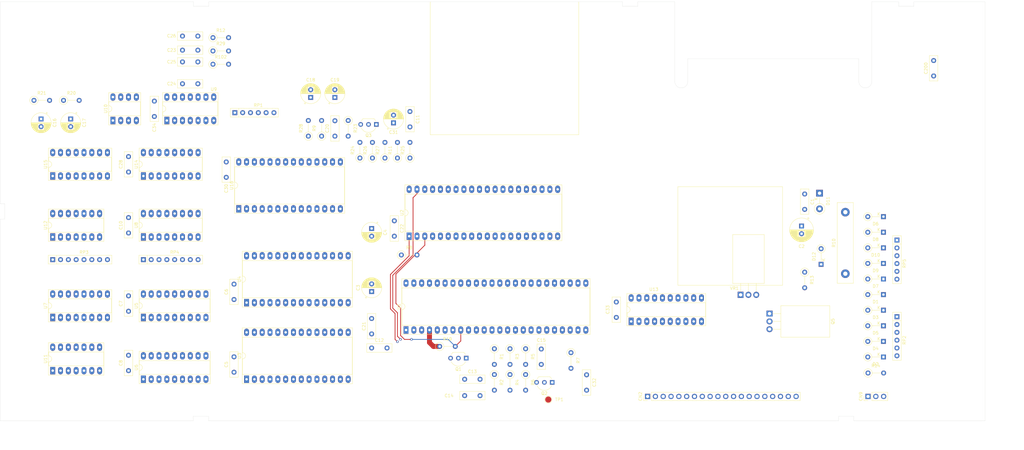
<source format=kicad_pcb>
(kicad_pcb (version 20171130) (host pcbnew 5.1.5)
  (title_block (date 2019-12-02) (rev 1git))
  (layers (0 F.Cu signal) (31 B.Cu signal) (36 B.SilkS user) (37 F.SilkS user) (38 B.Mask user) (39 F.Mask user) (44 Edge.Cuts user))
  (net 0 "")
  (net 1 "Net-(D1-Pad1)")
  (net 2 k0)
  (net 3 k1)
  (net 4 "Net-(D2-Pad1)")
  (net 5 k2)
  (net 6 "Net-(D3-Pad1)")
  (net 7 "Net-(D4-Pad1)")
  (net 8 k3)
  (net 9 k6)
  (net 10 "Net-(D5-Pad1)")
  (net 11 k7)
  (net 12 "Net-(Q2-Pad2)")
  (net 13 GND)
  (net 14 +9V)
  (net 15 "Net-(D12-Pad2)")
  (net 16 VCC)
  (net 17 a2)
  (net 18 d0)
  (net 19 a1)
  (net 20 d1)
  (net 21 a0)
  (net 22 d2)
  (net 23 d3)
  (net 24 ~CS0)
  (net 25 d4)
  (net 26 ~CS1)
  (net 27 d5)
  (net 28 R_~W)
  (net 29 d6)
  (net 30 ~IRQ)
  (net 31 d7)
  (net 32 MUX)
  (net 33 ~RAS)
  (net 34 BA)
  (net 35 ~CAS)
  (net 36 AEC)
  (net 37 PHI0)
  (net 38 a15)
  (net 39 a14)
  (net 40 a13)
  (net 41 a12)
  (net 42 a11)
  (net 43 a10)
  (net 44 a9)
  (net 45 a8)
  (net 46 a7)
  (net 47 a6)
  (net 48 a5)
  (net 49 a4)
  (net 50 a3)
  (net 51 p7)
  (net 52 p6)
  (net 53 p3)
  (net 54 p2)
  (net 55 p1)
  (net 56 p0)
  (net 57 ~RESET)
  (net 58 ~BASIC_CS1)
  (net 59 ~KERNAL_CS1)
  (net 60 /RAM/m4)
  (net 61 /RAM/m5)
  (net 62 /RAM/m6)
  (net 63 /RAM/m0)
  (net 64 /RAM/m1)
  (net 65 /RAM/m2)
  (net 66 /RAM/m3)
  (net 67 /RAM/m7)
  (net 68 SERIAL_RESET)
  (net 69 "Net-(C16-Pad1)")
  (net 70 "Net-(U12-Pad6)")
  (net 71 "Net-(U12-Pad5)")
  (net 72 "Net-(U12-Pad4)")
  (net 73 "Net-(U12-Pad10)")
  (net 74 "Net-(U12-Pad8)")
  (net 75 "Net-(U12-Pad1)")
  (net 76 "Net-(U14-Pad3)")
  (net 77 "Net-(U14-Pad2)")
  (net 78 CASSETTE)
  (net 79 "Net-(U12-Pad2)")
  (net 80 KEYPORT_CS)
  (net 81 "Net-(U16-Pad10)")
  (net 82 "Net-(C15-Pad2)")
  (net 83 "Net-(C13-Pad1)")
  (net 84 "Net-(C13-Pad2)")
  (net 85 "Net-(C15-Pad1)")
  (net 86 "Net-(Q3-Pad3)")
  (net 87 "Net-(M1-Pad2)")
  (net 88 "Net-(C19-Pad2)")
  (net 89 SND)
  (net 90 "Net-(C18-Pad1)")
  (net 91 "Net-(C31-Pad2)")
  (net 92 "Net-(C25-Pad2)")
  (net 93 "Net-(CN9-Pad1)")
  (net 94 "Net-(C17-Pad1)")
  (net 95 EXT_AUDIO)
  (net 96 "Net-(C31-Pad1)")
  (net 97 "Net-(C18-Pad2)")
  (net 98 "Net-(C24-Pad2)")
  (net 99 "Net-(FB5-Pad2)")
  (net 100 "Net-(FB2-Pad1)")
  (net 101 "Net-(RP3-Pad1)")
  (net 102 "Net-(RP3-Pad3)")
  (net 103 "Net-(RP3-Pad5)")
  (net 104 "Net-(RP3-Pad7)")
  (net 105 "Net-(RP4-Pad7)")
  (net 106 "Net-(RP4-Pad5)")
  (net 107 "Net-(RP4-Pad3)")
  (net 108 "Net-(RP4-Pad1)")
  (net 109 p4)
  (module CSeventeen:Top4 (layer F.Cu) (at 208.788 134.572)
    (fp_text reference G*** hide)
    (fp_text value LOGO hide)
  )
  (module CSeventeen:Top3 (layer F.Cu) (at 208.788 131.572)
    (fp_text reference G*** hide)
    (fp_text value LOGO hide)
  )
  (module Resistor_THT:R_Array_SIP6 (layer F.Cu) (at 341.376 167.338 270)
    (fp_text reference RP2 (at 7.62 -2.4 90) (layer F.SilkS))
    (fp_text value 3.3k)
    (pad 6 thru_hole oval (at 12.7 0 270) (size 1.6 1.6) (drill 0.8) (layers *.Cu *.Mask) (net 4 "Net-(D2-Pad1)"))
    (pad 5 thru_hole oval (at 10.16 0 270) (size 1.6 1.6) (drill 0.8) (layers *.Cu *.Mask) (net 7 "Net-(D4-Pad1)"))
    (pad 4 thru_hole oval (at 7.62 0 270) (size 1.6 1.6) (drill 0.8) (layers *.Cu *.Mask) (net 10 "Net-(D5-Pad1)"))
    (pad 3 thru_hole oval (at 5.08 0 270) (size 1.6 1.6) (drill 0.8) (layers *.Cu *.Mask) (net 6 "Net-(D3-Pad1)"))
    (pad 2 thru_hole oval (at 2.54 0 270) (size 1.6 1.6) (drill 0.8) (layers *.Cu *.Mask) (net 1 "Net-(D1-Pad1)"))
    (pad 1 thru_hole rect (at 0 0 270) (size 1.6 1.6) (drill 0.8) (layers *.Cu *.Mask) (net 16 VCC))
  )
  (module Resistor_THT:R_Array_SIP6 (layer F.Cu) (at 341.376 142.446 270)
    (fp_text reference RP5 (at 7.62 -2.4 90) (layer F.SilkS))
    (fp_text value 3.3k)
    (pad 1 thru_hole rect (at 0 0 270) (size 1.6 1.6) (drill 0.8) (layers *.Cu *.Mask) (net 16 VCC))
    (pad 2 thru_hole oval (at 2.54 0 270) (size 1.6 1.6) (drill 0.8) (layers *.Cu *.Mask) (net 2 k0))
    (pad 3 thru_hole oval (at 5.08 0 270) (size 1.6 1.6) (drill 0.8) (layers *.Cu *.Mask) (net 5 k2))
    (pad 4 thru_hole oval (at 7.62 0 270) (size 1.6 1.6) (drill 0.8) (layers *.Cu *.Mask) (net 11 k7))
    (pad 5 thru_hole oval (at 10.16 0 270) (size 1.6 1.6) (drill 0.8) (layers *.Cu *.Mask) (net 8 k3))
    (pad 6 thru_hole oval (at 12.7 0 270) (size 1.6 1.6) (drill 0.8) (layers *.Cu *.Mask) (net 3 k1))
  )
  (module Package_DIP:DIP-48_W15.24mm_Socket_LongPads (layer F.Cu) (at 181.864 171.656 90)
    (fp_text reference U1 (at 7.62 -2.33 90) (layer F.SilkS))
    (fp_text value MOS_7360_TED)
    (pad 48 thru_hole oval (at 15.24 0 90) (size 2.4 1.6) (drill 0.8) (layers *.Cu *.Mask) (net 50 a3))
    (pad 24 thru_hole oval (at 0 58.42 90) (size 2.4 1.6) (drill 0.8) (layers *.Cu *.Mask) (net 13 GND))
    (pad 47 thru_hole oval (at 15.24 2.54 90) (size 2.4 1.6) (drill 0.8) (layers *.Cu *.Mask) (net 49 a4))
    (pad 23 thru_hole oval (at 0 55.88 90) (size 2.4 1.6) (drill 0.8) (layers *.Cu *.Mask))
    (pad 46 thru_hole oval (at 15.24 5.08 90) (size 2.4 1.6) (drill 0.8) (layers *.Cu *.Mask) (net 48 a5))
    (pad 22 thru_hole oval (at 0 53.34 90) (size 2.4 1.6) (drill 0.8) (layers *.Cu *.Mask) (net 11 k7))
    (pad 45 thru_hole oval (at 15.24 7.62 90) (size 2.4 1.6) (drill 0.8) (layers *.Cu *.Mask) (net 47 a6))
    (pad 21 thru_hole oval (at 0 50.8 90) (size 2.4 1.6) (drill 0.8) (layers *.Cu *.Mask) (net 9 k6))
    (pad 44 thru_hole oval (at 15.24 10.16 90) (size 2.4 1.6) (drill 0.8) (layers *.Cu *.Mask) (net 46 a7))
    (pad 20 thru_hole oval (at 0 48.26 90) (size 2.4 1.6) (drill 0.8) (layers *.Cu *.Mask))
    (pad 43 thru_hole oval (at 15.24 12.7 90) (size 2.4 1.6) (drill 0.8) (layers *.Cu *.Mask) (net 45 a8))
    (pad 19 thru_hole oval (at 0 45.72 90) (size 2.4 1.6) (drill 0.8) (layers *.Cu *.Mask))
    (pad 42 thru_hole oval (at 15.24 15.24 90) (size 2.4 1.6) (drill 0.8) (layers *.Cu *.Mask) (net 44 a9))
    (pad 18 thru_hole oval (at 0 43.18 90) (size 2.4 1.6) (drill 0.8) (layers *.Cu *.Mask) (net 8 k3))
    (pad 41 thru_hole oval (at 15.24 17.78 90) (size 2.4 1.6) (drill 0.8) (layers *.Cu *.Mask) (net 43 a10))
    (pad 17 thru_hole oval (at 0 40.64 90) (size 2.4 1.6) (drill 0.8) (layers *.Cu *.Mask) (net 5 k2))
    (pad 40 thru_hole oval (at 15.24 20.32 90) (size 2.4 1.6) (drill 0.8) (layers *.Cu *.Mask) (net 42 a11))
    (pad 16 thru_hole oval (at 0 38.1 90) (size 2.4 1.6) (drill 0.8) (layers *.Cu *.Mask) (net 3 k1))
    (pad 39 thru_hole oval (at 15.24 22.86 90) (size 2.4 1.6) (drill 0.8) (layers *.Cu *.Mask) (net 41 a12))
    (pad 15 thru_hole oval (at 0 35.56 90) (size 2.4 1.6) (drill 0.8) (layers *.Cu *.Mask) (net 2 k0))
    (pad 38 thru_hole oval (at 15.24 25.4 90) (size 2.4 1.6) (drill 0.8) (layers *.Cu *.Mask) (net 40 a13))
    (pad 14 thru_hole oval (at 0 33.02 90) (size 2.4 1.6) (drill 0.8) (layers *.Cu *.Mask) (net 12 "Net-(Q2-Pad2)"))
    (pad 37 thru_hole oval (at 15.24 27.94 90) (size 2.4 1.6) (drill 0.8) (layers *.Cu *.Mask) (net 39 a14))
    (pad 13 thru_hole oval (at 0 30.48 90) (size 2.4 1.6) (drill 0.8) (layers *.Cu *.Mask))
    (pad 36 thru_hole oval (at 15.24 30.48 90) (size 2.4 1.6) (drill 0.8) (layers *.Cu *.Mask) (net 38 a15))
    (pad 12 thru_hole oval (at 0 27.94 90) (size 2.4 1.6) (drill 0.8) (layers *.Cu *.Mask) (net 37 PHI0))
    (pad 35 thru_hole oval (at 15.24 33.02 90) (size 2.4 1.6) (drill 0.8) (layers *.Cu *.Mask) (net 36 AEC))
    (pad 11 thru_hole oval (at 0 25.4 90) (size 2.4 1.6) (drill 0.8) (layers *.Cu *.Mask) (net 35 ~CAS))
    (pad 34 thru_hole oval (at 15.24 35.56 90) (size 2.4 1.6) (drill 0.8) (layers *.Cu *.Mask) (net 34 BA))
    (pad 10 thru_hole oval (at 0 22.86 90) (size 2.4 1.6) (drill 0.8) (layers *.Cu *.Mask) (net 33 ~RAS))
    (pad 33 thru_hole oval (at 15.24 38.1 90) (size 2.4 1.6) (drill 0.8) (layers *.Cu *.Mask) (net 89 SND))
    (pad 9 thru_hole oval (at 0 20.32 90) (size 2.4 1.6) (drill 0.8) (layers *.Cu *.Mask) (net 32 MUX))
    (pad 32 thru_hole oval (at 15.24 40.64 90) (size 2.4 1.6) (drill 0.8) (layers *.Cu *.Mask) (net 31 d7))
    (pad 8 thru_hole oval (at 0 17.78 90) (size 2.4 1.6) (drill 0.8) (layers *.Cu *.Mask) (net 30 ~IRQ))
    (pad 31 thru_hole oval (at 15.24 43.18 90) (size 2.4 1.6) (drill 0.8) (layers *.Cu *.Mask) (net 29 d6))
    (pad 7 thru_hole oval (at 0 15.24 90) (size 2.4 1.6) (drill 0.8) (layers *.Cu *.Mask) (net 28 R_~W))
    (pad 30 thru_hole oval (at 15.24 45.72 90) (size 2.4 1.6) (drill 0.8) (layers *.Cu *.Mask) (net 27 d5))
    (pad 6 thru_hole oval (at 0 12.7 90) (size 2.4 1.6) (drill 0.8) (layers *.Cu *.Mask) (net 26 ~CS1))
    (pad 29 thru_hole oval (at 15.24 48.26 90) (size 2.4 1.6) (drill 0.8) (layers *.Cu *.Mask) (net 25 d4))
    (pad 5 thru_hole oval (at 0 10.16 90) (size 2.4 1.6) (drill 0.8) (layers *.Cu *.Mask) (net 24 ~CS0))
    (pad 28 thru_hole oval (at 15.24 50.8 90) (size 2.4 1.6) (drill 0.8) (layers *.Cu *.Mask) (net 23 d3))
    (pad 4 thru_hole oval (at 0 7.62 90) (size 2.4 1.6) (drill 0.8) (layers *.Cu *.Mask) (net 16 VCC))
    (pad 27 thru_hole oval (at 15.24 53.34 90) (size 2.4 1.6) (drill 0.8) (layers *.Cu *.Mask) (net 22 d2))
    (pad 3 thru_hole oval (at 0 5.08 90) (size 2.4 1.6) (drill 0.8) (layers *.Cu *.Mask) (net 21 a0))
    (pad 26 thru_hole oval (at 15.24 55.88 90) (size 2.4 1.6) (drill 0.8) (layers *.Cu *.Mask) (net 20 d1))
    (pad 2 thru_hole oval (at 0 2.54 90) (size 2.4 1.6) (drill 0.8) (layers *.Cu *.Mask) (net 19 a1))
    (pad 25 thru_hole oval (at 15.24 58.42 90) (size 2.4 1.6) (drill 0.8) (layers *.Cu *.Mask) (net 18 d0))
    (pad 1 thru_hole rect (at 0 0 90) (size 2.4 1.6) (drill 0.8) (layers *.Cu *.Mask) (net 17 a2))
  )
  (module Package_DIP:DIP-40_W15.24mm_Socket_LongPads (layer F.Cu) (at 182.88 141.176 90)
    (fp_text reference U2 (at 7.62 -2.33 90) (layer F.SilkS))
    (fp_text value MOS_8501)
    (pad 40 thru_hole oval (at 15.24 0 90) (size 2.4 1.6) (drill 0.8) (layers *.Cu *.Mask) (net 57 ~RESET))
    (pad 20 thru_hole oval (at 0 48.26 90) (size 2.4 1.6) (drill 0.8) (layers *.Cu *.Mask) (net 13 GND))
    (pad 39 thru_hole oval (at 15.24 2.54 90) (size 2.4 1.6) (drill 0.8) (layers *.Cu *.Mask) (net 28 R_~W))
    (pad 19 thru_hole oval (at 0 45.72 90) (size 2.4 1.6) (drill 0.8) (layers *.Cu *.Mask) (net 40 a13))
    (pad 38 thru_hole oval (at 15.24 5.08 90) (size 2.4 1.6) (drill 0.8) (layers *.Cu *.Mask) (net 18 d0))
    (pad 18 thru_hole oval (at 0 43.18 90) (size 2.4 1.6) (drill 0.8) (layers *.Cu *.Mask) (net 41 a12))
    (pad 37 thru_hole oval (at 15.24 7.62 90) (size 2.4 1.6) (drill 0.8) (layers *.Cu *.Mask) (net 20 d1))
    (pad 17 thru_hole oval (at 0 40.64 90) (size 2.4 1.6) (drill 0.8) (layers *.Cu *.Mask) (net 42 a11))
    (pad 36 thru_hole oval (at 15.24 10.16 90) (size 2.4 1.6) (drill 0.8) (layers *.Cu *.Mask) (net 22 d2))
    (pad 16 thru_hole oval (at 0 38.1 90) (size 2.4 1.6) (drill 0.8) (layers *.Cu *.Mask) (net 43 a10))
    (pad 35 thru_hole oval (at 15.24 12.7 90) (size 2.4 1.6) (drill 0.8) (layers *.Cu *.Mask) (net 23 d3))
    (pad 15 thru_hole oval (at 0 35.56 90) (size 2.4 1.6) (drill 0.8) (layers *.Cu *.Mask) (net 44 a9))
    (pad 34 thru_hole oval (at 15.24 15.24 90) (size 2.4 1.6) (drill 0.8) (layers *.Cu *.Mask) (net 25 d4))
    (pad 14 thru_hole oval (at 0 33.02 90) (size 2.4 1.6) (drill 0.8) (layers *.Cu *.Mask) (net 45 a8))
    (pad 33 thru_hole oval (at 15.24 17.78 90) (size 2.4 1.6) (drill 0.8) (layers *.Cu *.Mask) (net 27 d5))
    (pad 13 thru_hole oval (at 0 30.48 90) (size 2.4 1.6) (drill 0.8) (layers *.Cu *.Mask) (net 46 a7))
    (pad 32 thru_hole oval (at 15.24 20.32 90) (size 2.4 1.6) (drill 0.8) (layers *.Cu *.Mask) (net 29 d6))
    (pad 12 thru_hole oval (at 0 27.94 90) (size 2.4 1.6) (drill 0.8) (layers *.Cu *.Mask) (net 47 a6))
    (pad 31 thru_hole oval (at 15.24 22.86 90) (size 2.4 1.6) (drill 0.8) (layers *.Cu *.Mask) (net 31 d7))
    (pad 11 thru_hole oval (at 0 25.4 90) (size 2.4 1.6) (drill 0.8) (layers *.Cu *.Mask) (net 48 a5))
    (pad 30 thru_hole oval (at 15.24 25.4 90) (size 2.4 1.6) (drill 0.8) (layers *.Cu *.Mask) (net 56 p0))
    (pad 10 thru_hole oval (at 0 22.86 90) (size 2.4 1.6) (drill 0.8) (layers *.Cu *.Mask) (net 49 a4))
    (pad 29 thru_hole oval (at 15.24 27.94 90) (size 2.4 1.6) (drill 0.8) (layers *.Cu *.Mask) (net 55 p1))
    (pad 9 thru_hole oval (at 0 20.32 90) (size 2.4 1.6) (drill 0.8) (layers *.Cu *.Mask) (net 50 a3))
    (pad 28 thru_hole oval (at 15.24 30.48 90) (size 2.4 1.6) (drill 0.8) (layers *.Cu *.Mask) (net 54 p2))
    (pad 8 thru_hole oval (at 0 17.78 90) (size 2.4 1.6) (drill 0.8) (layers *.Cu *.Mask) (net 17 a2))
    (pad 27 thru_hole oval (at 15.24 33.02 90) (size 2.4 1.6) (drill 0.8) (layers *.Cu *.Mask) (net 53 p3))
    (pad 7 thru_hole oval (at 0 15.24 90) (size 2.4 1.6) (drill 0.8) (layers *.Cu *.Mask) (net 19 a1))
    (pad 26 thru_hole oval (at 15.24 35.56 90) (size 2.4 1.6) (drill 0.8) (layers *.Cu *.Mask) (net 109 p4))
    (pad 6 thru_hole oval (at 0 12.7 90) (size 2.4 1.6) (drill 0.8) (layers *.Cu *.Mask) (net 21 a0))
    (pad 25 thru_hole oval (at 15.24 38.1 90) (size 2.4 1.6) (drill 0.8) (layers *.Cu *.Mask) (net 52 p6))
    (pad 5 thru_hole oval (at 0 10.16 90) (size 2.4 1.6) (drill 0.8) (layers *.Cu *.Mask) (net 16 VCC))
    (pad 24 thru_hole oval (at 15.24 40.64 90) (size 2.4 1.6) (drill 0.8) (layers *.Cu *.Mask) (net 51 p7))
    (pad 4 thru_hole oval (at 0 7.62 90) (size 2.4 1.6) (drill 0.8) (layers *.Cu *.Mask) (net 36 AEC))
    (pad 23 thru_hole oval (at 15.24 43.18 90) (size 2.4 1.6) (drill 0.8) (layers *.Cu *.Mask) (net 32 MUX))
    (pad 3 thru_hole oval (at 0 5.08 90) (size 2.4 1.6) (drill 0.8) (layers *.Cu *.Mask) (net 30 ~IRQ))
    (pad 22 thru_hole oval (at 15.24 45.72 90) (size 2.4 1.6) (drill 0.8) (layers *.Cu *.Mask) (net 38 a15))
    (pad 2 thru_hole oval (at 0 2.54 90) (size 2.4 1.6) (drill 0.8) (layers *.Cu *.Mask) (net 34 BA))
    (pad 21 thru_hole oval (at 15.24 48.26 90) (size 2.4 1.6) (drill 0.8) (layers *.Cu *.Mask) (net 39 a14))
    (pad 1 thru_hole rect (at 0 0 90) (size 2.4 1.6) (drill 0.8) (layers *.Cu *.Mask) (net 37 PHI0))
  )
  (module Package_DIP:DIP-28_W15.24mm_Socket_LongPads (layer F.Cu) (at 130.048 187.658 90)
    (fp_text reference U3 (at 7.62 -2.33 90) (layer F.SilkS))
    (fp_text value 23128_BASIC)
    (pad 28 thru_hole oval (at 15.24 0 90) (size 2.4 1.6) (drill 0.8) (layers *.Cu *.Mask) (net 16 VCC))
    (pad 14 thru_hole oval (at 0 33.02 90) (size 2.4 1.6) (drill 0.8) (layers *.Cu *.Mask) (net 13 GND))
    (pad 27 thru_hole oval (at 15.24 2.54 90) (size 2.4 1.6) (drill 0.8) (layers *.Cu *.Mask) (net 16 VCC))
    (pad 13 thru_hole oval (at 0 30.48 90) (size 2.4 1.6) (drill 0.8) (layers *.Cu *.Mask) (net 22 d2))
    (pad 26 thru_hole oval (at 15.24 5.08 90) (size 2.4 1.6) (drill 0.8) (layers *.Cu *.Mask) (net 40 a13))
    (pad 12 thru_hole oval (at 0 27.94 90) (size 2.4 1.6) (drill 0.8) (layers *.Cu *.Mask) (net 20 d1))
    (pad 25 thru_hole oval (at 15.24 7.62 90) (size 2.4 1.6) (drill 0.8) (layers *.Cu *.Mask) (net 45 a8))
    (pad 11 thru_hole oval (at 0 25.4 90) (size 2.4 1.6) (drill 0.8) (layers *.Cu *.Mask) (net 18 d0))
    (pad 24 thru_hole oval (at 15.24 10.16 90) (size 2.4 1.6) (drill 0.8) (layers *.Cu *.Mask) (net 44 a9))
    (pad 10 thru_hole oval (at 0 22.86 90) (size 2.4 1.6) (drill 0.8) (layers *.Cu *.Mask) (net 21 a0))
    (pad 23 thru_hole oval (at 15.24 12.7 90) (size 2.4 1.6) (drill 0.8) (layers *.Cu *.Mask) (net 42 a11))
    (pad 9 thru_hole oval (at 0 20.32 90) (size 2.4 1.6) (drill 0.8) (layers *.Cu *.Mask) (net 19 a1))
    (pad 22 thru_hole oval (at 15.24 15.24 90) (size 2.4 1.6) (drill 0.8) (layers *.Cu *.Mask) (net 58 ~BASIC_CS1))
    (pad 8 thru_hole oval (at 0 17.78 90) (size 2.4 1.6) (drill 0.8) (layers *.Cu *.Mask) (net 17 a2))
    (pad 21 thru_hole oval (at 15.24 17.78 90) (size 2.4 1.6) (drill 0.8) (layers *.Cu *.Mask) (net 43 a10))
    (pad 7 thru_hole oval (at 0 15.24 90) (size 2.4 1.6) (drill 0.8) (layers *.Cu *.Mask) (net 50 a3))
    (pad 20 thru_hole oval (at 15.24 20.32 90) (size 2.4 1.6) (drill 0.8) (layers *.Cu *.Mask) (net 13 GND))
    (pad 6 thru_hole oval (at 0 12.7 90) (size 2.4 1.6) (drill 0.8) (layers *.Cu *.Mask) (net 49 a4))
    (pad 19 thru_hole oval (at 15.24 22.86 90) (size 2.4 1.6) (drill 0.8) (layers *.Cu *.Mask) (net 31 d7))
    (pad 5 thru_hole oval (at 0 10.16 90) (size 2.4 1.6) (drill 0.8) (layers *.Cu *.Mask) (net 48 a5))
    (pad 18 thru_hole oval (at 15.24 25.4 90) (size 2.4 1.6) (drill 0.8) (layers *.Cu *.Mask) (net 29 d6))
    (pad 4 thru_hole oval (at 0 7.62 90) (size 2.4 1.6) (drill 0.8) (layers *.Cu *.Mask) (net 47 a6))
    (pad 17 thru_hole oval (at 15.24 27.94 90) (size 2.4 1.6) (drill 0.8) (layers *.Cu *.Mask) (net 27 d5))
    (pad 3 thru_hole oval (at 0 5.08 90) (size 2.4 1.6) (drill 0.8) (layers *.Cu *.Mask) (net 46 a7))
    (pad 16 thru_hole oval (at 15.24 30.48 90) (size 2.4 1.6) (drill 0.8) (layers *.Cu *.Mask) (net 25 d4))
    (pad 2 thru_hole oval (at 0 2.54 90) (size 2.4 1.6) (drill 0.8) (layers *.Cu *.Mask) (net 41 a12))
    (pad 15 thru_hole oval (at 15.24 33.02 90) (size 2.4 1.6) (drill 0.8) (layers *.Cu *.Mask) (net 23 d3))
    (pad 1 thru_hole rect (at 0 0 90) (size 2.4 1.6) (drill 0.8) (layers *.Cu *.Mask) (net 16 VCC))
  )
  (module Package_DIP:DIP-28_W15.24mm_Socket_LongPads (layer F.Cu) (at 130.048 162.766 90)
    (fp_text reference U4 (at 7.62 -2.33 90) (layer F.SilkS))
    (fp_text value 23128_KERNAL)
    (pad 1 thru_hole rect (at 0 0 90) (size 2.4 1.6) (drill 0.8) (layers *.Cu *.Mask) (net 16 VCC))
    (pad 15 thru_hole oval (at 15.24 33.02 90) (size 2.4 1.6) (drill 0.8) (layers *.Cu *.Mask) (net 23 d3))
    (pad 2 thru_hole oval (at 0 2.54 90) (size 2.4 1.6) (drill 0.8) (layers *.Cu *.Mask) (net 41 a12))
    (pad 16 thru_hole oval (at 15.24 30.48 90) (size 2.4 1.6) (drill 0.8) (layers *.Cu *.Mask) (net 25 d4))
    (pad 3 thru_hole oval (at 0 5.08 90) (size 2.4 1.6) (drill 0.8) (layers *.Cu *.Mask) (net 46 a7))
    (pad 17 thru_hole oval (at 15.24 27.94 90) (size 2.4 1.6) (drill 0.8) (layers *.Cu *.Mask) (net 27 d5))
    (pad 4 thru_hole oval (at 0 7.62 90) (size 2.4 1.6) (drill 0.8) (layers *.Cu *.Mask) (net 47 a6))
    (pad 18 thru_hole oval (at 15.24 25.4 90) (size 2.4 1.6) (drill 0.8) (layers *.Cu *.Mask) (net 29 d6))
    (pad 5 thru_hole oval (at 0 10.16 90) (size 2.4 1.6) (drill 0.8) (layers *.Cu *.Mask) (net 48 a5))
    (pad 19 thru_hole oval (at 15.24 22.86 90) (size 2.4 1.6) (drill 0.8) (layers *.Cu *.Mask) (net 31 d7))
    (pad 6 thru_hole oval (at 0 12.7 90) (size 2.4 1.6) (drill 0.8) (layers *.Cu *.Mask) (net 49 a4))
    (pad 20 thru_hole oval (at 15.24 20.32 90) (size 2.4 1.6) (drill 0.8) (layers *.Cu *.Mask) (net 13 GND))
    (pad 7 thru_hole oval (at 0 15.24 90) (size 2.4 1.6) (drill 0.8) (layers *.Cu *.Mask) (net 50 a3))
    (pad 21 thru_hole oval (at 15.24 17.78 90) (size 2.4 1.6) (drill 0.8) (layers *.Cu *.Mask) (net 43 a10))
    (pad 8 thru_hole oval (at 0 17.78 90) (size 2.4 1.6) (drill 0.8) (layers *.Cu *.Mask) (net 17 a2))
    (pad 22 thru_hole oval (at 15.24 15.24 90) (size 2.4 1.6) (drill 0.8) (layers *.Cu *.Mask) (net 59 ~KERNAL_CS1))
    (pad 9 thru_hole oval (at 0 20.32 90) (size 2.4 1.6) (drill 0.8) (layers *.Cu *.Mask) (net 19 a1))
    (pad 23 thru_hole oval (at 15.24 12.7 90) (size 2.4 1.6) (drill 0.8) (layers *.Cu *.Mask) (net 42 a11))
    (pad 10 thru_hole oval (at 0 22.86 90) (size 2.4 1.6) (drill 0.8) (layers *.Cu *.Mask) (net 21 a0))
    (pad 24 thru_hole oval (at 15.24 10.16 90) (size 2.4 1.6) (drill 0.8) (layers *.Cu *.Mask) (net 44 a9))
    (pad 11 thru_hole oval (at 0 25.4 90) (size 2.4 1.6) (drill 0.8) (layers *.Cu *.Mask) (net 18 d0))
    (pad 25 thru_hole oval (at 15.24 7.62 90) (size 2.4 1.6) (drill 0.8) (layers *.Cu *.Mask) (net 45 a8))
    (pad 12 thru_hole oval (at 0 27.94 90) (size 2.4 1.6) (drill 0.8) (layers *.Cu *.Mask) (net 20 d1))
    (pad 26 thru_hole oval (at 15.24 5.08 90) (size 2.4 1.6) (drill 0.8) (layers *.Cu *.Mask) (net 40 a13))
    (pad 13 thru_hole oval (at 0 30.48 90) (size 2.4 1.6) (drill 0.8) (layers *.Cu *.Mask) (net 22 d2))
    (pad 27 thru_hole oval (at 15.24 2.54 90) (size 2.4 1.6) (drill 0.8) (layers *.Cu *.Mask) (net 16 VCC))
    (pad 14 thru_hole oval (at 0 33.02 90) (size 2.4 1.6) (drill 0.8) (layers *.Cu *.Mask) (net 13 GND))
    (pad 28 thru_hole oval (at 15.24 0 90) (size 2.4 1.6) (drill 0.8) (layers *.Cu *.Mask) (net 16 VCC))
  )
  (module Package_DIP:DIP-18_W7.62mm_Socket_LongPads (layer F.Cu) (at 96.52 167.592 90)
    (fp_text reference U5 (at 3.81 -2.33 90) (layer F.SilkS))
    (fp_text value 4416)
    (pad 1 thru_hole rect (at 0 0 90) (size 2.4 1.6) (drill 0.8) (layers *.Cu *.Mask) (net 13 GND))
    (pad 10 thru_hole oval (at 7.62 20.32 90) (size 2.4 1.6) (drill 0.8) (layers *.Cu *.Mask) (net 67 /RAM/m7))
    (pad 2 thru_hole oval (at 0 2.54 90) (size 2.4 1.6) (drill 0.8) (layers *.Cu *.Mask) (net 18 d0))
    (pad 11 thru_hole oval (at 7.62 17.78 90) (size 2.4 1.6) (drill 0.8) (layers *.Cu *.Mask) (net 66 /RAM/m3))
    (pad 3 thru_hole oval (at 0 5.08 90) (size 2.4 1.6) (drill 0.8) (layers *.Cu *.Mask) (net 20 d1))
    (pad 12 thru_hole oval (at 7.62 15.24 90) (size 2.4 1.6) (drill 0.8) (layers *.Cu *.Mask) (net 65 /RAM/m2))
    (pad 4 thru_hole oval (at 0 7.62 90) (size 2.4 1.6) (drill 0.8) (layers *.Cu *.Mask) (net 28 R_~W))
    (pad 13 thru_hole oval (at 7.62 12.7 90) (size 2.4 1.6) (drill 0.8) (layers *.Cu *.Mask) (net 64 /RAM/m1))
    (pad 5 thru_hole oval (at 0 10.16 90) (size 2.4 1.6) (drill 0.8) (layers *.Cu *.Mask) (net 33 ~RAS))
    (pad 14 thru_hole oval (at 7.62 10.16 90) (size 2.4 1.6) (drill 0.8) (layers *.Cu *.Mask) (net 63 /RAM/m0))
    (pad 6 thru_hole oval (at 0 12.7 90) (size 2.4 1.6) (drill 0.8) (layers *.Cu *.Mask) (net 62 /RAM/m6))
    (pad 15 thru_hole oval (at 7.62 7.62 90) (size 2.4 1.6) (drill 0.8) (layers *.Cu *.Mask) (net 22 d2))
    (pad 7 thru_hole oval (at 0 15.24 90) (size 2.4 1.6) (drill 0.8) (layers *.Cu *.Mask) (net 61 /RAM/m5))
    (pad 16 thru_hole oval (at 7.62 5.08 90) (size 2.4 1.6) (drill 0.8) (layers *.Cu *.Mask) (net 35 ~CAS))
    (pad 8 thru_hole oval (at 0 17.78 90) (size 2.4 1.6) (drill 0.8) (layers *.Cu *.Mask) (net 60 /RAM/m4))
    (pad 17 thru_hole oval (at 7.62 2.54 90) (size 2.4 1.6) (drill 0.8) (layers *.Cu *.Mask) (net 23 d3))
    (pad 9 thru_hole oval (at 0 20.32 90) (size 2.4 1.6) (drill 0.8) (layers *.Cu *.Mask) (net 16 VCC))
    (pad 18 thru_hole oval (at 7.62 0 90) (size 2.4 1.6) (drill 0.8) (layers *.Cu *.Mask) (net 13 GND))
  )
  (module Package_DIP:DIP-18_W7.62mm_Socket_LongPads (layer F.Cu) (at 96.52 187.658 90)
    (fp_text reference U6 (at 3.81 -2.33 90) (layer F.SilkS))
    (fp_text value 4416)
    (pad 18 thru_hole oval (at 7.62 0 90) (size 2.4 1.6) (drill 0.8) (layers *.Cu *.Mask) (net 13 GND))
    (pad 9 thru_hole oval (at 0 20.32 90) (size 2.4 1.6) (drill 0.8) (layers *.Cu *.Mask) (net 16 VCC))
    (pad 17 thru_hole oval (at 7.62 2.54 90) (size 2.4 1.6) (drill 0.8) (layers *.Cu *.Mask) (net 31 d7))
    (pad 8 thru_hole oval (at 0 17.78 90) (size 2.4 1.6) (drill 0.8) (layers *.Cu *.Mask) (net 60 /RAM/m4))
    (pad 16 thru_hole oval (at 7.62 5.08 90) (size 2.4 1.6) (drill 0.8) (layers *.Cu *.Mask) (net 35 ~CAS))
    (pad 7 thru_hole oval (at 0 15.24 90) (size 2.4 1.6) (drill 0.8) (layers *.Cu *.Mask) (net 61 /RAM/m5))
    (pad 15 thru_hole oval (at 7.62 7.62 90) (size 2.4 1.6) (drill 0.8) (layers *.Cu *.Mask) (net 29 d6))
    (pad 6 thru_hole oval (at 0 12.7 90) (size 2.4 1.6) (drill 0.8) (layers *.Cu *.Mask) (net 62 /RAM/m6))
    (pad 14 thru_hole oval (at 7.62 10.16 90) (size 2.4 1.6) (drill 0.8) (layers *.Cu *.Mask) (net 63 /RAM/m0))
    (pad 5 thru_hole oval (at 0 10.16 90) (size 2.4 1.6) (drill 0.8) (layers *.Cu *.Mask) (net 33 ~RAS))
    (pad 13 thru_hole oval (at 7.62 12.7 90) (size 2.4 1.6) (drill 0.8) (layers *.Cu *.Mask) (net 64 /RAM/m1))
    (pad 4 thru_hole oval (at 0 7.62 90) (size 2.4 1.6) (drill 0.8) (layers *.Cu *.Mask) (net 28 R_~W))
    (pad 12 thru_hole oval (at 7.62 15.24 90) (size 2.4 1.6) (drill 0.8) (layers *.Cu *.Mask) (net 65 /RAM/m2))
    (pad 3 thru_hole oval (at 0 5.08 90) (size 2.4 1.6) (drill 0.8) (layers *.Cu *.Mask) (net 27 d5))
    (pad 11 thru_hole oval (at 7.62 17.78 90) (size 2.4 1.6) (drill 0.8) (layers *.Cu *.Mask) (net 66 /RAM/m3))
    (pad 2 thru_hole oval (at 0 2.54 90) (size 2.4 1.6) (drill 0.8) (layers *.Cu *.Mask) (net 25 d4))
    (pad 10 thru_hole oval (at 7.62 20.32 90) (size 2.4 1.6) (drill 0.8) (layers *.Cu *.Mask) (net 67 /RAM/m7))
    (pad 1 thru_hole rect (at 0 0 90) (size 2.4 1.6) (drill 0.8) (layers *.Cu *.Mask) (net 13 GND))
  )
  (module Package_DIP:DIP-16_W7.62mm_Socket_LongPads (layer F.Cu) (at 67.056 167.592 90)
    (fp_text reference U7 (at 3.81 -2.33 90) (layer F.SilkS))
    (fp_text value 74LS257)
    (pad 16 thru_hole oval (at 7.62 0 90) (size 2.4 1.6) (drill 0.8) (layers *.Cu *.Mask) (net 16 VCC))
    (pad 8 thru_hole oval (at 0 17.78 90) (size 2.4 1.6) (drill 0.8) (layers *.Cu *.Mask) (net 13 GND))
    (pad 15 thru_hole oval (at 7.62 2.54 90) (size 2.4 1.6) (drill 0.8) (layers *.Cu *.Mask) (net 13 GND))
    (pad 7 thru_hole oval (at 0 15.24 90) (size 2.4 1.6) (drill 0.8) (layers *.Cu *.Mask) (net 102 "Net-(RP3-Pad3)"))
    (pad 14 thru_hole oval (at 7.62 5.08 90) (size 2.4 1.6) (drill 0.8) (layers *.Cu *.Mask) (net 43 a10))
    (pad 6 thru_hole oval (at 0 12.7 90) (size 2.4 1.6) (drill 0.8) (layers *.Cu *.Mask) (net 19 a1))
    (pad 13 thru_hole oval (at 7.62 7.62 90) (size 2.4 1.6) (drill 0.8) (layers *.Cu *.Mask) (net 44 a9))
    (pad 5 thru_hole oval (at 0 10.16 90) (size 2.4 1.6) (drill 0.8) (layers *.Cu *.Mask) (net 45 a8))
    (pad 12 thru_hole oval (at 7.62 10.16 90) (size 2.4 1.6) (drill 0.8) (layers *.Cu *.Mask) (net 104 "Net-(RP3-Pad7)"))
    (pad 4 thru_hole oval (at 0 7.62 90) (size 2.4 1.6) (drill 0.8) (layers *.Cu *.Mask) (net 101 "Net-(RP3-Pad1)"))
    (pad 11 thru_hole oval (at 7.62 12.7 90) (size 2.4 1.6) (drill 0.8) (layers *.Cu *.Mask) (net 44 a9))
    (pad 3 thru_hole oval (at 0 5.08 90) (size 2.4 1.6) (drill 0.8) (layers *.Cu *.Mask) (net 21 a0))
    (pad 10 thru_hole oval (at 7.62 15.24 90) (size 2.4 1.6) (drill 0.8) (layers *.Cu *.Mask) (net 17 a2))
    (pad 2 thru_hole oval (at 0 2.54 90) (size 2.4 1.6) (drill 0.8) (layers *.Cu *.Mask) (net 16 VCC))
    (pad 9 thru_hole oval (at 7.62 17.78 90) (size 2.4 1.6) (drill 0.8) (layers *.Cu *.Mask) (net 103 "Net-(RP3-Pad5)"))
    (pad 1 thru_hole rect (at 0 0 90) (size 2.4 1.6) (drill 0.8) (layers *.Cu *.Mask) (net 32 MUX))
  )
  (module Package_DIP:DIP-16_W7.62mm_Socket_LongPads (layer F.Cu) (at 96.52 141.43 90)
    (fp_text reference U8 (at 3.81 -2.33 90) (layer F.SilkS))
    (fp_text value 74LS257)
    (pad 1 thru_hole rect (at 0 0 90) (size 2.4 1.6) (drill 0.8) (layers *.Cu *.Mask) (net 32 MUX))
    (pad 9 thru_hole oval (at 7.62 17.78 90) (size 2.4 1.6) (drill 0.8) (layers *.Cu *.Mask) (net 106 "Net-(RP4-Pad5)"))
    (pad 2 thru_hole oval (at 0 2.54 90) (size 2.4 1.6) (drill 0.8) (layers *.Cu *.Mask) (net 42 a11))
    (pad 10 thru_hole oval (at 7.62 15.24 90) (size 2.4 1.6) (drill 0.8) (layers *.Cu *.Mask) (net 47 a6))
    (pad 3 thru_hole oval (at 0 5.08 90) (size 2.4 1.6) (drill 0.8) (layers *.Cu *.Mask) (net 49 a4))
    (pad 11 thru_hole oval (at 7.62 12.7 90) (size 2.4 1.6) (drill 0.8) (layers *.Cu *.Mask) (net 40 a13))
    (pad 4 thru_hole oval (at 0 7.62 90) (size 2.4 1.6) (drill 0.8) (layers *.Cu *.Mask) (net 108 "Net-(RP4-Pad1)"))
    (pad 12 thru_hole oval (at 7.62 10.16 90) (size 2.4 1.6) (drill 0.8) (layers *.Cu *.Mask) (net 105 "Net-(RP4-Pad7)"))
    (pad 5 thru_hole oval (at 0 10.16 90) (size 2.4 1.6) (drill 0.8) (layers *.Cu *.Mask) (net 41 a12))
    (pad 13 thru_hole oval (at 7.62 7.62 90) (size 2.4 1.6) (drill 0.8) (layers *.Cu *.Mask) (net 46 a7))
    (pad 6 thru_hole oval (at 0 12.7 90) (size 2.4 1.6) (drill 0.8) (layers *.Cu *.Mask) (net 48 a5))
    (pad 14 thru_hole oval (at 7.62 5.08 90) (size 2.4 1.6) (drill 0.8) (layers *.Cu *.Mask) (net 16 VCC))
    (pad 7 thru_hole oval (at 0 15.24 90) (size 2.4 1.6) (drill 0.8) (layers *.Cu *.Mask) (net 107 "Net-(RP4-Pad3)"))
    (pad 15 thru_hole oval (at 7.62 2.54 90) (size 2.4 1.6) (drill 0.8) (layers *.Cu *.Mask) (net 13 GND))
    (pad 8 thru_hole oval (at 0 17.78 90) (size 2.4 1.6) (drill 0.8) (layers *.Cu *.Mask) (net 13 GND))
    (pad 16 thru_hole oval (at 7.62 0 90) (size 2.4 1.6) (drill 0.8) (layers *.Cu *.Mask) (net 16 VCC))
  )
  (module Package_DIP:DIP-14_W7.62mm_Socket_LongPads (layer F.Cu) (at 104.14 103.584 90)
    (fp_text reference U9 (at 10.16 15.24 180) (layer F.SilkS))
    (fp_text value 74LS06)
    (pad 14 thru_hole oval (at 7.62 0 90) (size 2.4 1.6) (drill 0.8) (layers *.Cu *.Mask) (net 16 VCC))
    (pad 7 thru_hole oval (at 0 15.24 90) (size 2.4 1.6) (drill 0.8) (layers *.Cu *.Mask) (net 13 GND))
    (pad 13 thru_hole oval (at 7.62 2.54 90) (size 2.4 1.6) (drill 0.8) (layers *.Cu *.Mask) (net 56 p0))
    (pad 6 thru_hole oval (at 0 12.7 90) (size 2.4 1.6) (drill 0.8) (layers *.Cu *.Mask) (net 15 "Net-(D12-Pad2)"))
    (pad 12 thru_hole oval (at 7.62 5.08 90) (size 2.4 1.6) (drill 0.8) (layers *.Cu *.Mask) (net 51 p7))
    (pad 5 thru_hole oval (at 0 10.16 90) (size 2.4 1.6) (drill 0.8) (layers *.Cu *.Mask) (net 53 p3))
    (pad 11 thru_hole oval (at 7.62 7.62 90) (size 2.4 1.6) (drill 0.8) (layers *.Cu *.Mask) (net 55 p1))
    (pad 4 thru_hole oval (at 0 7.62 90) (size 2.4 1.6) (drill 0.8) (layers *.Cu *.Mask) (net 100 "Net-(FB2-Pad1)"))
    (pad 10 thru_hole oval (at 7.62 10.16 90) (size 2.4 1.6) (drill 0.8) (layers *.Cu *.Mask) (net 52 p6))
    (pad 3 thru_hole oval (at 0 5.08 90) (size 2.4 1.6) (drill 0.8) (layers *.Cu *.Mask) (net 68 SERIAL_RESET))
    (pad 9 thru_hole oval (at 7.62 12.7 90) (size 2.4 1.6) (drill 0.8) (layers *.Cu *.Mask) (net 54 p2))
    (pad 2 thru_hole oval (at 0 2.54 90) (size 2.4 1.6) (drill 0.8) (layers *.Cu *.Mask) (net 57 ~RESET))
    (pad 8 thru_hole oval (at 7.62 15.24 90) (size 2.4 1.6) (drill 0.8) (layers *.Cu *.Mask) (net 99 "Net-(FB5-Pad2)"))
    (pad 1 thru_hole rect (at 0 0 90) (size 2.4 1.6) (drill 0.8) (layers *.Cu *.Mask) (net 68 SERIAL_RESET))
  )
  (module Package_DIP:DIP-8_W7.62mm_Socket_LongPads (layer F.Cu) (at 86.614 103.584 90)
    (fp_text reference U10 (at 3.81 -2.33 90) (layer F.SilkS))
    (fp_text value NE555)
    (pad 8 thru_hole oval (at 7.62 0 90) (size 2.4 1.6) (drill 0.8) (layers *.Cu *.Mask) (net 16 VCC))
    (pad 4 thru_hole oval (at 0 7.62 90) (size 2.4 1.6) (drill 0.8) (layers *.Cu *.Mask) (net 16 VCC))
    (pad 7 thru_hole oval (at 7.62 2.54 90) (size 2.4 1.6) (drill 0.8) (layers *.Cu *.Mask) (net 69 "Net-(C16-Pad1)"))
    (pad 3 thru_hole oval (at 0 5.08 90) (size 2.4 1.6) (drill 0.8) (layers *.Cu *.Mask) (net 68 SERIAL_RESET))
    (pad 6 thru_hole oval (at 7.62 5.08 90) (size 2.4 1.6) (drill 0.8) (layers *.Cu *.Mask) (net 69 "Net-(C16-Pad1)"))
    (pad 2 thru_hole oval (at 0 2.54 90) (size 2.4 1.6) (drill 0.8) (layers *.Cu *.Mask) (net 94 "Net-(C17-Pad1)"))
    (pad 5 thru_hole oval (at 7.62 7.62 90) (size 2.4 1.6) (drill 0.8) (layers *.Cu *.Mask))
    (pad 1 thru_hole rect (at 0 0 90) (size 2.4 1.6) (drill 0.8) (layers *.Cu *.Mask) (net 13 GND))
  )
  (module Package_DIP:DIP-14_W7.62mm_Socket_LongPads (layer F.Cu) (at 67.056 184.864 90)
    (fp_text reference U11 (at 3.81 -2.33 90) (layer F.SilkS))
    (fp_text value 74LS125)
    (pad 14 thru_hole oval (at 7.62 0 90) (size 2.4 1.6) (drill 0.8) (layers *.Cu *.Mask) (net 16 VCC))
    (pad 7 thru_hole oval (at 0 15.24 90) (size 2.4 1.6) (drill 0.8) (layers *.Cu *.Mask) (net 13 GND))
    (pad 13 thru_hole oval (at 7.62 2.54 90) (size 2.4 1.6) (drill 0.8) (layers *.Cu *.Mask))
    (pad 6 thru_hole oval (at 0 12.7 90) (size 2.4 1.6) (drill 0.8) (layers *.Cu *.Mask))
    (pad 12 thru_hole oval (at 7.62 5.08 90) (size 2.4 1.6) (drill 0.8) (layers *.Cu *.Mask))
    (pad 5 thru_hole oval (at 0 10.16 90) (size 2.4 1.6) (drill 0.8) (layers *.Cu *.Mask) (net 20 d1))
    (pad 11 thru_hole oval (at 7.62 7.62 90) (size 2.4 1.6) (drill 0.8) (layers *.Cu *.Mask))
    (pad 4 thru_hole oval (at 0 7.62 90) (size 2.4 1.6) (drill 0.8) (layers *.Cu *.Mask) (net 13 GND))
    (pad 10 thru_hole oval (at 7.62 10.16 90) (size 2.4 1.6) (drill 0.8) (layers *.Cu *.Mask) (net 78 CASSETTE))
    (pad 3 thru_hole oval (at 0 5.08 90) (size 2.4 1.6) (drill 0.8) (layers *.Cu *.Mask))
    (pad 9 thru_hole oval (at 7.62 12.7 90) (size 2.4 1.6) (drill 0.8) (layers *.Cu *.Mask) (net 92 "Net-(C25-Pad2)"))
    (pad 2 thru_hole oval (at 0 2.54 90) (size 2.4 1.6) (drill 0.8) (layers *.Cu *.Mask) (net 22 d2))
    (pad 8 thru_hole oval (at 7.62 15.24 90) (size 2.4 1.6) (drill 0.8) (layers *.Cu *.Mask) (net 22 d2))
    (pad 1 thru_hole rect (at 0 0 90) (size 2.4 1.6) (drill 0.8) (layers *.Cu *.Mask) (net 13 GND))
  )
  (module Package_DIP:DIP-14_W7.62mm_Socket_LongPads (layer F.Cu) (at 67.056 141.43 90)
    (fp_text reference U12 (at 3.81 -2.33 90) (layer F.SilkS))
    (fp_text value 74LS02)
    (pad 1 thru_hole rect (at 0 0 90) (size 2.4 1.6) (drill 0.8) (layers *.Cu *.Mask) (net 75 "Net-(U12-Pad1)"))
    (pad 8 thru_hole oval (at 7.62 15.24 90) (size 2.4 1.6) (drill 0.8) (layers *.Cu *.Mask) (net 74 "Net-(U12-Pad8)"))
    (pad 2 thru_hole oval (at 0 2.54 90) (size 2.4 1.6) (drill 0.8) (layers *.Cu *.Mask) (net 79 "Net-(U12-Pad2)"))
    (pad 9 thru_hole oval (at 7.62 12.7 90) (size 2.4 1.6) (drill 0.8) (layers *.Cu *.Mask) (net 70 "Net-(U12-Pad6)"))
    (pad 3 thru_hole oval (at 0 5.08 90) (size 2.4 1.6) (drill 0.8) (layers *.Cu *.Mask) (net 28 R_~W))
    (pad 10 thru_hole oval (at 7.62 10.16 90) (size 2.4 1.6) (drill 0.8) (layers *.Cu *.Mask) (net 73 "Net-(U12-Pad10)"))
    (pad 4 thru_hole oval (at 0 7.62 90) (size 2.4 1.6) (drill 0.8) (layers *.Cu *.Mask) (net 72 "Net-(U12-Pad4)"))
    (pad 11 thru_hole oval (at 7.62 7.62 90) (size 2.4 1.6) (drill 0.8) (layers *.Cu *.Mask))
    (pad 5 thru_hole oval (at 0 10.16 90) (size 2.4 1.6) (drill 0.8) (layers *.Cu *.Mask) (net 71 "Net-(U12-Pad5)"))
    (pad 12 thru_hole oval (at 7.62 5.08 90) (size 2.4 1.6) (drill 0.8) (layers *.Cu *.Mask))
    (pad 6 thru_hole oval (at 0 12.7 90) (size 2.4 1.6) (drill 0.8) (layers *.Cu *.Mask) (net 70 "Net-(U12-Pad6)"))
    (pad 13 thru_hole oval (at 7.62 2.54 90) (size 2.4 1.6) (drill 0.8) (layers *.Cu *.Mask))
    (pad 7 thru_hole oval (at 0 15.24 90) (size 2.4 1.6) (drill 0.8) (layers *.Cu *.Mask) (net 13 GND))
    (pad 14 thru_hole oval (at 7.62 0 90) (size 2.4 1.6) (drill 0.8) (layers *.Cu *.Mask) (net 16 VCC))
  )
  (module Package_DIP:DIP-20_W7.62mm_Socket_LongPads (layer F.Cu) (at 255.016 168.862 90)
    (fp_text reference U13 (at 10.414 7.366 180) (layer F.SilkS))
    (fp_text value MOS_6529)
    (pad 20 thru_hole oval (at 7.62 0 90) (size 2.4 1.6) (drill 0.8) (layers *.Cu *.Mask) (net 16 VCC))
    (pad 10 thru_hole oval (at 0 22.86 90) (size 2.4 1.6) (drill 0.8) (layers *.Cu *.Mask) (net 13 GND))
    (pad 19 thru_hole oval (at 7.62 2.54 90) (size 2.4 1.6) (drill 0.8) (layers *.Cu *.Mask) (net 80 KEYPORT_CS))
    (pad 9 thru_hole oval (at 0 20.32 90) (size 2.4 1.6) (drill 0.8) (layers *.Cu *.Mask))
    (pad 18 thru_hole oval (at 7.62 5.08 90) (size 2.4 1.6) (drill 0.8) (layers *.Cu *.Mask) (net 18 d0))
    (pad 8 thru_hole oval (at 0 17.78 90) (size 2.4 1.6) (drill 0.8) (layers *.Cu *.Mask))
    (pad 17 thru_hole oval (at 7.62 7.62 90) (size 2.4 1.6) (drill 0.8) (layers *.Cu *.Mask) (net 20 d1))
    (pad 7 thru_hole oval (at 0 15.24 90) (size 2.4 1.6) (drill 0.8) (layers *.Cu *.Mask))
    (pad 16 thru_hole oval (at 7.62 10.16 90) (size 2.4 1.6) (drill 0.8) (layers *.Cu *.Mask) (net 22 d2))
    (pad 6 thru_hole oval (at 0 12.7 90) (size 2.4 1.6) (drill 0.8) (layers *.Cu *.Mask))
    (pad 15 thru_hole oval (at 7.62 12.7 90) (size 2.4 1.6) (drill 0.8) (layers *.Cu *.Mask) (net 23 d3))
    (pad 5 thru_hole oval (at 0 10.16 90) (size 2.4 1.6) (drill 0.8) (layers *.Cu *.Mask))
    (pad 14 thru_hole oval (at 7.62 15.24 90) (size 2.4 1.6) (drill 0.8) (layers *.Cu *.Mask) (net 25 d4))
    (pad 4 thru_hole oval (at 0 7.62 90) (size 2.4 1.6) (drill 0.8) (layers *.Cu *.Mask))
    (pad 13 thru_hole oval (at 7.62 17.78 90) (size 2.4 1.6) (drill 0.8) (layers *.Cu *.Mask) (net 27 d5))
    (pad 3 thru_hole oval (at 0 5.08 90) (size 2.4 1.6) (drill 0.8) (layers *.Cu *.Mask))
    (pad 12 thru_hole oval (at 7.62 20.32 90) (size 2.4 1.6) (drill 0.8) (layers *.Cu *.Mask) (net 29 d6))
    (pad 2 thru_hole oval (at 0 2.54 90) (size 2.4 1.6) (drill 0.8) (layers *.Cu *.Mask))
    (pad 11 thru_hole oval (at 7.62 22.86 90) (size 2.4 1.6) (drill 0.8) (layers *.Cu *.Mask) (net 31 d7))
    (pad 1 thru_hole rect (at 0 0 90) (size 2.4 1.6) (drill 0.8) (layers *.Cu *.Mask) (net 28 R_~W))
  )
  (module Package_DIP:DIP-16_W7.62mm_Socket_LongPads (layer F.Cu) (at 96.52 121.618 90)
    (fp_text reference U14 (at 3.81 -2.33 90) (layer F.SilkS))
    (fp_text value 74LS139)
    (pad 1 thru_hole rect (at 0 0 90) (size 2.4 1.6) (drill 0.8) (layers *.Cu *.Mask) (net 24 ~CS0))
    (pad 9 thru_hole oval (at 7.62 17.78 90) (size 2.4 1.6) (drill 0.8) (layers *.Cu *.Mask))
    (pad 2 thru_hole oval (at 0 2.54 90) (size 2.4 1.6) (drill 0.8) (layers *.Cu *.Mask) (net 77 "Net-(U14-Pad2)"))
    (pad 10 thru_hole oval (at 7.62 15.24 90) (size 2.4 1.6) (drill 0.8) (layers *.Cu *.Mask))
    (pad 3 thru_hole oval (at 0 5.08 90) (size 2.4 1.6) (drill 0.8) (layers *.Cu *.Mask) (net 76 "Net-(U14-Pad3)"))
    (pad 11 thru_hole oval (at 7.62 12.7 90) (size 2.4 1.6) (drill 0.8) (layers *.Cu *.Mask))
    (pad 4 thru_hole oval (at 0 7.62 90) (size 2.4 1.6) (drill 0.8) (layers *.Cu *.Mask) (net 58 ~BASIC_CS1))
    (pad 12 thru_hole oval (at 7.62 10.16 90) (size 2.4 1.6) (drill 0.8) (layers *.Cu *.Mask) (net 59 ~KERNAL_CS1))
    (pad 5 thru_hole oval (at 0 10.16 90) (size 2.4 1.6) (drill 0.8) (layers *.Cu *.Mask))
    (pad 13 thru_hole oval (at 7.62 7.62 90) (size 2.4 1.6) (drill 0.8) (layers *.Cu *.Mask) (net 73 "Net-(U12-Pad10)"))
    (pad 6 thru_hole oval (at 0 12.7 90) (size 2.4 1.6) (drill 0.8) (layers *.Cu *.Mask))
    (pad 14 thru_hole oval (at 7.62 5.08 90) (size 2.4 1.6) (drill 0.8) (layers *.Cu *.Mask) (net 72 "Net-(U12-Pad4)"))
    (pad 7 thru_hole oval (at 0 15.24 90) (size 2.4 1.6) (drill 0.8) (layers *.Cu *.Mask))
    (pad 15 thru_hole oval (at 7.62 2.54 90) (size 2.4 1.6) (drill 0.8) (layers *.Cu *.Mask) (net 26 ~CS1))
    (pad 8 thru_hole oval (at 0 17.78 90) (size 2.4 1.6) (drill 0.8) (layers *.Cu *.Mask) (net 13 GND))
    (pad 16 thru_hole oval (at 7.62 0 90) (size 2.4 1.6) (drill 0.8) (layers *.Cu *.Mask) (net 16 VCC))
  )
  (module Package_DIP:DIP-16_W7.62mm_Socket_LongPads (layer F.Cu) (at 67.056 121.618 90)
    (fp_text reference U15 (at 3.81 -2.33 90) (layer F.SilkS))
    (fp_text value 74LS175)
    (pad 16 thru_hole oval (at 7.62 0 90) (size 2.4 1.6) (drill 0.8) (layers *.Cu *.Mask) (net 16 VCC))
    (pad 8 thru_hole oval (at 0 17.78 90) (size 2.4 1.6) (drill 0.8) (layers *.Cu *.Mask) (net 13 GND))
    (pad 15 thru_hole oval (at 7.62 2.54 90) (size 2.4 1.6) (drill 0.8) (layers *.Cu *.Mask) (net 76 "Net-(U14-Pad3)"))
    (pad 7 thru_hole oval (at 0 15.24 90) (size 2.4 1.6) (drill 0.8) (layers *.Cu *.Mask))
    (pad 14 thru_hole oval (at 7.62 5.08 90) (size 2.4 1.6) (drill 0.8) (layers *.Cu *.Mask))
    (pad 6 thru_hole oval (at 0 12.7 90) (size 2.4 1.6) (drill 0.8) (layers *.Cu *.Mask) (net 71 "Net-(U12-Pad5)"))
    (pad 13 thru_hole oval (at 7.62 7.62 90) (size 2.4 1.6) (drill 0.8) (layers *.Cu *.Mask) (net 19 a1))
    (pad 5 thru_hole oval (at 0 10.16 90) (size 2.4 1.6) (drill 0.8) (layers *.Cu *.Mask) (net 17 a2))
    (pad 12 thru_hole oval (at 7.62 10.16 90) (size 2.4 1.6) (drill 0.8) (layers *.Cu *.Mask) (net 50 a3))
    (pad 4 thru_hole oval (at 0 7.62 90) (size 2.4 1.6) (drill 0.8) (layers *.Cu *.Mask) (net 21 a0))
    (pad 11 thru_hole oval (at 7.62 12.7 90) (size 2.4 1.6) (drill 0.8) (layers *.Cu *.Mask) (net 74 "Net-(U12-Pad8)"))
    (pad 3 thru_hole oval (at 0 5.08 90) (size 2.4 1.6) (drill 0.8) (layers *.Cu *.Mask))
    (pad 10 thru_hole oval (at 7.62 15.24 90) (size 2.4 1.6) (drill 0.8) (layers *.Cu *.Mask))
    (pad 2 thru_hole oval (at 0 2.54 90) (size 2.4 1.6) (drill 0.8) (layers *.Cu *.Mask) (net 77 "Net-(U14-Pad2)"))
    (pad 9 thru_hole oval (at 7.62 17.78 90) (size 2.4 1.6) (drill 0.8) (layers *.Cu *.Mask) (net 75 "Net-(U12-Pad1)"))
    (pad 1 thru_hole rect (at 0 0 90) (size 2.4 1.6) (drill 0.8) (layers *.Cu *.Mask) (net 57 ~RESET))
  )
  (module Package_TO_SOT_THT:TO-220-3_Horizontal_TabDown (layer F.Cu) (at 290.576 160.226)
    (fp_text reference VR1 (at -2.032 -2.126) (layer F.SilkS))
    (fp_text value 7805)
    (pad 3 thru_hole oval (at 5.08 0) (size 1.905 2) (drill 1.1) (layers *.Cu *.Mask) (net 16 VCC))
    (pad 2 thru_hole oval (at 2.54 0) (size 1.905 2) (drill 1.1) (layers *.Cu *.Mask) (net 13 GND))
    (pad 1 thru_hole rect (at 0 0) (size 1.905 2) (drill 1.1) (layers *.Cu *.Mask) (net 14 +9V))
    (pad "" np_thru_hole oval (at 2.54 -16.66) (size 3.5 3.5) (drill 3.5) (layers *.Cu *.Mask))
  )
  (module Package_DIP:DIP-28_W15.24mm_Socket_LongPads (layer F.Cu) (at 127.508 132.286 90)
    (fp_text reference U16 (at 7.62 -2.33 90) (layer F.SilkS))
    (fp_text value MOS_251641_PLA)
    (pad 1 thru_hole rect (at 0 0 90) (size 2.4 1.6) (drill 0.8) (layers *.Cu *.Mask))
    (pad 15 thru_hole oval (at 15.24 33.02 90) (size 2.4 1.6) (drill 0.8) (layers *.Cu *.Mask))
    (pad 2 thru_hole oval (at 0 2.54 90) (size 2.4 1.6) (drill 0.8) (layers *.Cu *.Mask) (net 41 a12))
    (pad 16 thru_hole oval (at 15.24 30.48 90) (size 2.4 1.6) (drill 0.8) (layers *.Cu *.Mask) (net 78 CASSETTE))
    (pad 3 thru_hole oval (at 0 5.08 90) (size 2.4 1.6) (drill 0.8) (layers *.Cu *.Mask) (net 46 a7))
    (pad 17 thru_hole oval (at 15.24 27.94 90) (size 2.4 1.6) (drill 0.8) (layers *.Cu *.Mask))
    (pad 4 thru_hole oval (at 0 7.62 90) (size 2.4 1.6) (drill 0.8) (layers *.Cu *.Mask) (net 47 a6))
    (pad 18 thru_hole oval (at 15.24 25.4 90) (size 2.4 1.6) (drill 0.8) (layers *.Cu *.Mask))
    (pad 5 thru_hole oval (at 0 10.16 90) (size 2.4 1.6) (drill 0.8) (layers *.Cu *.Mask) (net 48 a5))
    (pad 19 thru_hole oval (at 15.24 22.86 90) (size 2.4 1.6) (drill 0.8) (layers *.Cu *.Mask) (net 13 GND))
    (pad 6 thru_hole oval (at 0 12.7 90) (size 2.4 1.6) (drill 0.8) (layers *.Cu *.Mask) (net 49 a4))
    (pad 20 thru_hole oval (at 15.24 20.32 90) (size 2.4 1.6) (drill 0.8) (layers *.Cu *.Mask) (net 33 ~RAS))
    (pad 7 thru_hole oval (at 0 15.24 90) (size 2.4 1.6) (drill 0.8) (layers *.Cu *.Mask) (net 38 a15))
    (pad 21 thru_hole oval (at 15.24 17.78 90) (size 2.4 1.6) (drill 0.8) (layers *.Cu *.Mask) (net 43 a10))
    (pad 8 thru_hole oval (at 0 17.78 90) (size 2.4 1.6) (drill 0.8) (layers *.Cu *.Mask) (net 37 PHI0))
    (pad 22 thru_hole oval (at 15.24 15.24 90) (size 2.4 1.6) (drill 0.8) (layers *.Cu *.Mask) (net 42 a11))
    (pad 9 thru_hole oval (at 0 20.32 90) (size 2.4 1.6) (drill 0.8) (layers *.Cu *.Mask) (net 81 "Net-(U16-Pad10)"))
    (pad 23 thru_hole oval (at 15.24 12.7 90) (size 2.4 1.6) (drill 0.8) (layers *.Cu *.Mask) (net 40 a13))
    (pad 10 thru_hole oval (at 0 22.86 90) (size 2.4 1.6) (drill 0.8) (layers *.Cu *.Mask) (net 81 "Net-(U16-Pad10)"))
    (pad 24 thru_hole oval (at 15.24 10.16 90) (size 2.4 1.6) (drill 0.8) (layers *.Cu *.Mask) (net 44 a9))
    (pad 11 thru_hole oval (at 0 25.4 90) (size 2.4 1.6) (drill 0.8) (layers *.Cu *.Mask) (net 79 "Net-(U12-Pad2)"))
    (pad 25 thru_hole oval (at 15.24 7.62 90) (size 2.4 1.6) (drill 0.8) (layers *.Cu *.Mask) (net 45 a8))
    (pad 12 thru_hole oval (at 0 27.94 90) (size 2.4 1.6) (drill 0.8) (layers *.Cu *.Mask) (net 80 KEYPORT_CS))
    (pad 26 thru_hole oval (at 15.24 5.08 90) (size 2.4 1.6) (drill 0.8) (layers *.Cu *.Mask) (net 39 a14))
    (pad 13 thru_hole oval (at 0 30.48 90) (size 2.4 1.6) (drill 0.8) (layers *.Cu *.Mask) (net 70 "Net-(U12-Pad6)"))
    (pad 27 thru_hole oval (at 15.24 2.54 90) (size 2.4 1.6) (drill 0.8) (layers *.Cu *.Mask) (net 32 MUX))
    (pad 14 thru_hole oval (at 0 33.02 90) (size 2.4 1.6) (drill 0.8) (layers *.Cu *.Mask) (net 13 GND))
    (pad 28 thru_hole oval (at 15.24 0 90) (size 2.4 1.6) (drill 0.8) (layers *.Cu *.Mask) (net 16 VCC))
  )
  (module Resistor_THT:R_Axial_DIN0207_L6.3mm_D2.5mm_P5.08mm_Vertical (layer F.Cu) (at 210.566 177.752 270)
    (fp_text reference R1 (at 2.54 -2.37 90) (layer F.SilkS))
    (fp_text value 10k)
    (pad 1 thru_hole circle (at 0 0 270) (size 1.6 1.6) (drill 0.8) (layers *.Cu *.Mask) (net 16 VCC))
    (pad 2 thru_hole oval (at 5.08 0 270) (size 1.6 1.6) (drill 0.8) (layers *.Cu *.Mask) (net 83 "Net-(C13-Pad1)"))
  )
  (module Resistor_THT:R_Axial_DIN0207_L6.3mm_D2.5mm_P5.08mm_Vertical (layer F.Cu) (at 210.566 186.134 270)
    (fp_text reference R2 (at 2.54 -2.37 90) (layer F.SilkS))
    (fp_text value 4.7k)
    (pad 2 thru_hole oval (at 5.08 0 270) (size 1.6 1.6) (drill 0.8) (layers *.Cu *.Mask) (net 13 GND))
    (pad 1 thru_hole circle (at 0 0 270) (size 1.6 1.6) (drill 0.8) (layers *.Cu *.Mask) (net 83 "Net-(C13-Pad1)"))
  )
  (module Resistor_THT:R_Axial_DIN0207_L6.3mm_D2.5mm_P5.08mm_Vertical (layer F.Cu) (at 215.646 177.752 270)
    (fp_text reference R3 (at 2.54 -2.37 90) (layer F.SilkS))
    (fp_text value 470)
    (pad 2 thru_hole oval (at 5.08 0 270) (size 1.6 1.6) (drill 0.8) (layers *.Cu *.Mask) (net 82 "Net-(C15-Pad2)"))
    (pad 1 thru_hole circle (at 0 0 270) (size 1.6 1.6) (drill 0.8) (layers *.Cu *.Mask) (net 16 VCC))
  )
  (module Resistor_THT:R_Axial_DIN0207_L6.3mm_D2.5mm_P5.08mm_Vertical (layer F.Cu) (at 215.646 186.134 270)
    (fp_text reference R4 (at 2.54 -2.37 90) (layer F.SilkS))
    (fp_text value 220)
    (pad 1 thru_hole circle (at 0 0 270) (size 1.6 1.6) (drill 0.8) (layers *.Cu *.Mask) (net 84 "Net-(C13-Pad2)"))
    (pad 2 thru_hole oval (at 5.08 0 270) (size 1.6 1.6) (drill 0.8) (layers *.Cu *.Mask) (net 13 GND))
  )
  (module Resistor_THT:R_Axial_DIN0207_L6.3mm_D2.5mm_P5.08mm_Vertical (layer F.Cu) (at 220.726 177.752 270)
    (fp_text reference R5 (at 2.54 -2.37 90) (layer F.SilkS))
    (fp_text value 18k)
    (pad 2 thru_hole oval (at 5.08 0 270) (size 1.6 1.6) (drill 0.8) (layers *.Cu *.Mask) (net 85 "Net-(C15-Pad1)"))
    (pad 1 thru_hole circle (at 0 0 270) (size 1.6 1.6) (drill 0.8) (layers *.Cu *.Mask) (net 16 VCC))
  )
  (module Resistor_THT:R_Axial_DIN0207_L6.3mm_D2.5mm_P5.08mm_Vertical (layer F.Cu) (at 220.726 186.134 270)
    (fp_text reference R6 (at 2.54 -2.37 90) (layer F.SilkS))
    (fp_text value 1.5k)
    (pad 1 thru_hole circle (at 0 0 270) (size 1.6 1.6) (drill 0.8) (layers *.Cu *.Mask) (net 85 "Net-(C15-Pad1)"))
    (pad 2 thru_hole oval (at 5.08 0 270) (size 1.6 1.6) (drill 0.8) (layers *.Cu *.Mask) (net 13 GND))
  )
  (module Resistor_THT:R_Axial_DIN0207_L6.3mm_D2.5mm_P5.08mm_Vertical (layer F.Cu) (at 235.458 179.022 270)
    (fp_text reference R7 (at 2.54 -2.37 90) (layer F.SilkS))
    (fp_text value 470)
    (pad 2 thru_hole oval (at 5.08 0 270) (size 1.6 1.6) (drill 0.8) (layers *.Cu *.Mask) (net 12 "Net-(Q2-Pad2)"))
    (pad 1 thru_hole circle (at 0 0 270) (size 1.6 1.6) (drill 0.8) (layers *.Cu *.Mask) (net 16 VCC))
  )
  (module Resistor_THT:R_Axial_DIN0207_L6.3mm_D2.5mm_P5.08mm_Vertical (layer F.Cu) (at 180.34 147.272)
    (fp_text reference R8 (at 2.54 -2.37) (layer F.SilkS))
    (fp_text value 1k)
    (pad 1 thru_hole circle (at 0 0) (size 1.6 1.6) (drill 0.8) (layers *.Cu *.Mask) (net 88 "Net-(C19-Pad2)"))
    (pad 2 thru_hole oval (at 5.08 0) (size 1.6 1.6) (drill 0.8) (layers *.Cu *.Mask) (net 89 SND))
  )
  (module Resistor_THT:R_Axial_DIN0207_L6.3mm_D2.5mm_P5.08mm_Vertical (layer F.Cu) (at 154.431999 108.664 90)
    (fp_text reference R9 (at 2.54 -2.37 90) (layer F.SilkS))
    (fp_text value 12k)
    (pad 1 thru_hole circle (at 0 0 90) (size 1.6 1.6) (drill 0.8) (layers *.Cu *.Mask) (net 90 "Net-(C18-Pad1)"))
    (pad 2 thru_hole oval (at 5.08 0 90) (size 1.6 1.6) (drill 0.8) (layers *.Cu *.Mask) (net 13 GND))
  )
  (module Resistor_THT:R_Box_L26.0mm_W5.0mm_P20.00mm (layer F.Cu) (at 324.612 153.368 90)
    (fp_text reference R10 (at 10 -3.75 90) (layer F.SilkS))
    (fp_text value 20/5W)
    (pad 1 thru_hole circle (at 0 0 90) (size 2.8 2.8) (drill 1.4) (layers *.Cu *.Mask) (net 16 VCC))
    (pad 2 thru_hole circle (at 20 0 90) (size 2.8 2.8) (drill 1.4) (layers *.Cu *.Mask) (net 14 +9V))
  )
  (module Resistor_THT:R_Axial_DIN0207_L6.3mm_D2.5mm_P5.08mm_Vertical (layer F.Cu) (at 179.07 115.776 90)
    (fp_text reference R11 (at 2.54 -2.37 90) (layer F.SilkS))
    (fp_text value 100k)
    (pad 1 thru_hole circle (at 0 0 90) (size 1.6 1.6) (drill 0.8) (layers *.Cu *.Mask) (net 13 GND))
    (pad 2 thru_hole oval (at 5.08 0 90) (size 1.6 1.6) (drill 0.8) (layers *.Cu *.Mask) (net 91 "Net-(C31-Pad2)"))
  )
  (module Resistor_THT:R_Axial_DIN0207_L6.3mm_D2.5mm_P5.08mm_Vertical (layer F.Cu) (at 119.126 76.66)
    (fp_text reference R12 (at 2.54 -2.37) (layer F.SilkS))
    (fp_text value 3.3k)
    (pad 1 thru_hole circle (at 0 0) (size 1.6 1.6) (drill 0.8) (layers *.Cu *.Mask) (net 16 VCC))
    (pad 2 thru_hole oval (at 5.08 0) (size 1.6 1.6) (drill 0.8) (layers *.Cu *.Mask) (net 92 "Net-(C25-Pad2)"))
  )
  (module Resistor_THT:R_Axial_DIN0207_L6.3mm_D2.5mm_P5.08mm_Vertical (layer F.Cu) (at 311.404 152.86 270)
    (fp_text reference R13 (at 2.54 -2.37 90) (layer F.SilkS))
    (fp_text value 470)
    (pad 2 thru_hole oval (at 5.08 0 270) (size 1.6 1.6) (drill 0.8) (layers *.Cu *.Mask) (net 15 "Net-(D12-Pad2)"))
    (pad 1 thru_hole circle (at 0 0 270) (size 1.6 1.6) (drill 0.8) (layers *.Cu *.Mask) (net 14 +9V))
  )
  (module Resistor_THT:R_Axial_DIN0207_L6.3mm_D2.5mm_P5.08mm_Vertical (layer F.Cu) (at 331.978 185.626)
    (fp_text reference R14 (at 2.54 -2.37) (layer F.SilkS))
    (fp_text value 470)
    (pad 2 thru_hole oval (at 5.08 0) (size 1.6 1.6) (drill 0.8) (layers *.Cu *.Mask) (net 93 "Net-(CN9-Pad1)"))
    (pad 1 thru_hole circle (at 0 0) (size 1.6 1.6) (drill 0.8) (layers *.Cu *.Mask) (net 16 VCC))
  )
  (module Resistor_THT:R_Axial_DIN0207_L6.3mm_D2.5mm_P5.08mm_Vertical (layer F.Cu) (at 192.786 176.99)
    (fp_text reference R19 (at 2.54 -2.37) (layer F.SilkS))
    (fp_text value 3.3k)
    (pad 1 thru_hole circle (at 0 0) (size 1.6 1.6) (drill 0.8) (layers *.Cu *.Mask) (net 16 VCC))
    (pad 2 thru_hole oval (at 5.08 0) (size 1.6 1.6) (drill 0.8) (layers *.Cu *.Mask) (net 30 ~IRQ))
  )
  (module Resistor_THT:R_Axial_DIN0207_L6.3mm_D2.5mm_P5.08mm_Vertical (layer F.Cu) (at 70.577001 97.037001)
    (fp_text reference R20 (at 2.54 -2.37) (layer F.SilkS))
    (fp_text value 47k)
    (pad 2 thru_hole oval (at 5.08 0) (size 1.6 1.6) (drill 0.8) (layers *.Cu *.Mask) (net 69 "Net-(C16-Pad1)"))
    (pad 1 thru_hole circle (at 0 0) (size 1.6 1.6) (drill 0.8) (layers *.Cu *.Mask) (net 16 VCC))
  )
  (module Resistor_THT:R_Axial_DIN0207_L6.3mm_D2.5mm_P5.08mm_Vertical (layer F.Cu) (at 60.96 97.037001)
    (fp_text reference R21 (at 2.54 -2.37) (layer F.SilkS))
    (fp_text value 100k)
    (pad 1 thru_hole circle (at 0 0) (size 1.6 1.6) (drill 0.8) (layers *.Cu *.Mask) (net 16 VCC))
    (pad 2 thru_hole oval (at 5.08 0) (size 1.6 1.6) (drill 0.8) (layers *.Cu *.Mask) (net 94 "Net-(C17-Pad1)"))
  )
  (module Resistor_THT:R_Axial_DIN0207_L6.3mm_D2.5mm_P5.08mm_Vertical (layer F.Cu) (at 163.067999 103.584 270)
    (fp_text reference R23 (at 2.54 -2.37 90) (layer F.SilkS))
    (fp_text value 10k)
    (pad 2 thru_hole oval (at 5.08 0 270) (size 1.6 1.6) (drill 0.8) (layers *.Cu *.Mask) (net 90 "Net-(C18-Pad1)"))
    (pad 1 thru_hole circle (at 0 0 270) (size 1.6 1.6) (drill 0.8) (layers *.Cu *.Mask) (net 16 VCC))
  )
  (module Resistor_THT:R_Axial_DIN0207_L6.3mm_D2.5mm_P5.08mm_Vertical (layer F.Cu) (at 166.878 115.776 90)
    (fp_text reference R24 (at 2.54 -2.37 90) (layer F.SilkS))
    (fp_text value 1k)
    (pad 2 thru_hole oval (at 5.08 0 90) (size 1.6 1.6) (drill 0.8) (layers *.Cu *.Mask) (net 90 "Net-(C18-Pad1)"))
    (pad 1 thru_hole circle (at 0 0 90) (size 1.6 1.6) (drill 0.8) (layers *.Cu *.Mask) (net 86 "Net-(Q3-Pad3)"))
  )
  (module Resistor_THT:R_Axial_DIN0207_L6.3mm_D2.5mm_P5.08mm_Vertical (layer F.Cu) (at 183.134 115.776 90)
    (fp_text reference R25 (at 2.54 -2.37 90) (layer F.SilkS))
    (fp_text value 100k)
    (pad 2 thru_hole oval (at 5.08 0 90) (size 1.6 1.6) (drill 0.8) (layers *.Cu *.Mask) (net 13 GND))
    (pad 1 thru_hole circle (at 0 0 90) (size 1.6 1.6) (drill 0.8) (layers *.Cu *.Mask) (net 95 EXT_AUDIO))
  )
  (module Resistor_THT:R_Axial_DIN0207_L6.3mm_D2.5mm_P5.08mm_Vertical (layer F.Cu) (at 170.942 115.776 90)
    (fp_text reference R26 (at 2.54 -2.37 90) (layer F.SilkS))
    (fp_text value 240)
    (pad 1 thru_hole circle (at 0 0 90) (size 1.6 1.6) (drill 0.8) (layers *.Cu *.Mask) (net 96 "Net-(C31-Pad1)"))
    (pad 2 thru_hole oval (at 5.08 0 90) (size 1.6 1.6) (drill 0.8) (layers *.Cu *.Mask) (net 87 "Net-(M1-Pad2)"))
  )
  (module Resistor_THT:R_Axial_DIN0207_L6.3mm_D2.5mm_P5.08mm_Vertical (layer F.Cu) (at 175.006 115.776 90)
    (fp_text reference R27 (at 2.54 -2.37 90) (layer F.SilkS))
    (fp_text value 240)
    (pad 2 thru_hole oval (at 5.08 0 90) (size 1.6 1.6) (drill 0.8) (layers *.Cu *.Mask) (net 96 "Net-(C31-Pad1)"))
    (pad 1 thru_hole circle (at 0 0 90) (size 1.6 1.6) (drill 0.8) (layers *.Cu *.Mask) (net 13 GND))
  )
  (module Resistor_THT:R_Axial_DIN0207_L6.3mm_D2.5mm_P5.08mm_Vertical (layer F.Cu) (at 150.114 108.664 90)
    (fp_text reference R28 (at 2.54 -2.37 90) (layer F.SilkS))
    (fp_text value 1k)
    (pad 1 thru_hole circle (at 0 0 90) (size 1.6 1.6) (drill 0.8) (layers *.Cu *.Mask) (net 97 "Net-(C18-Pad2)"))
    (pad 2 thru_hole oval (at 5.08 0 90) (size 1.6 1.6) (drill 0.8) (layers *.Cu *.Mask) (net 95 EXT_AUDIO))
  )
  (module Resistor_THT:R_Axial_DIN0207_L6.3mm_D2.5mm_P5.08mm_Vertical (layer F.Cu) (at 119.126 80.978)
    (fp_text reference R29 (at 2.54 -2.37) (layer F.SilkS))
    (fp_text value 100)
    (pad 2 thru_hole oval (at 5.08 0) (size 1.6 1.6) (drill 0.8) (layers *.Cu *.Mask) (net 98 "Net-(C24-Pad2)"))
    (pad 1 thru_hole circle (at 0 0) (size 1.6 1.6) (drill 0.8) (layers *.Cu *.Mask) (net 52 p6))
  )
  (module Resistor_THT:R_Axial_DIN0207_L6.3mm_D2.5mm_P5.08mm_Vertical (layer F.Cu) (at 119.126 85.296)
    (fp_text reference R102 (at 2.54 -2.37) (layer F.SilkS))
    (fp_text value 330)
    (pad 2 thru_hole oval (at 5.08 0) (size 1.6 1.6) (drill 0.8) (layers *.Cu *.Mask))
    (pad 1 thru_hole circle (at 0 0) (size 1.6 1.6) (drill 0.8) (layers *.Cu *.Mask) (net 16 VCC))
  )
  (module Resistor_THT:R_Array_SIP6 (layer F.Cu) (at 126.238 101.044)
    (fp_text reference RP1 (at 7.62 -2.4) (layer F.SilkS))
    (fp_text value 1k)
    (pad 1 thru_hole rect (at 0 0) (size 1.6 1.6) (drill 0.8) (layers *.Cu *.Mask) (net 16 VCC))
    (pad 2 thru_hole oval (at 2.54 0) (size 1.6 1.6) (drill 0.8) (layers *.Cu *.Mask) (net 57 ~RESET))
    (pad 3 thru_hole oval (at 5.08 0) (size 1.6 1.6) (drill 0.8) (layers *.Cu *.Mask) (net 99 "Net-(FB5-Pad2)"))
    (pad 4 thru_hole oval (at 7.62 0) (size 1.6 1.6) (drill 0.8) (layers *.Cu *.Mask) (net 100 "Net-(FB2-Pad1)"))
    (pad 5 thru_hole oval (at 10.16 0) (size 1.6 1.6) (drill 0.8) (layers *.Cu *.Mask) (net 52 p6))
    (pad 6 thru_hole oval (at 12.7 0) (size 1.6 1.6) (drill 0.8) (layers *.Cu *.Mask) (net 51 p7))
  )
  (module Resistor_THT:R_Array_SIP8 (layer F.Cu) (at 67.056 148.796)
    (fp_text reference RP3 (at 10.16 -2.4) (layer F.SilkS))
    (fp_text value 68)
    (pad 1 thru_hole rect (at 0 0) (size 1.6 1.6) (drill 0.8) (layers *.Cu *.Mask) (net 101 "Net-(RP3-Pad1)"))
    (pad 2 thru_hole oval (at 2.54 0) (size 1.6 1.6) (drill 0.8) (layers *.Cu *.Mask) (net 63 /RAM/m0))
    (pad 3 thru_hole oval (at 5.08 0) (size 1.6 1.6) (drill 0.8) (layers *.Cu *.Mask) (net 102 "Net-(RP3-Pad3)"))
    (pad 4 thru_hole oval (at 7.62 0) (size 1.6 1.6) (drill 0.8) (layers *.Cu *.Mask) (net 64 /RAM/m1))
    (pad 5 thru_hole oval (at 10.16 0) (size 1.6 1.6) (drill 0.8) (layers *.Cu *.Mask) (net 103 "Net-(RP3-Pad5)"))
    (pad 6 thru_hole oval (at 12.7 0) (size 1.6 1.6) (drill 0.8) (layers *.Cu *.Mask) (net 65 /RAM/m2))
    (pad 7 thru_hole oval (at 15.24 0) (size 1.6 1.6) (drill 0.8) (layers *.Cu *.Mask) (net 104 "Net-(RP3-Pad7)"))
    (pad 8 thru_hole oval (at 17.78 0) (size 1.6 1.6) (drill 0.8) (layers *.Cu *.Mask) (net 66 /RAM/m3))
  )
  (module Resistor_THT:R_Array_SIP8 (layer F.Cu) (at 96.52 148.796)
    (fp_text reference RP4 (at 10.16 -2.4) (layer F.SilkS))
    (fp_text value 68)
    (pad 8 thru_hole oval (at 17.78 0) (size 1.6 1.6) (drill 0.8) (layers *.Cu *.Mask) (net 67 /RAM/m7))
    (pad 7 thru_hole oval (at 15.24 0) (size 1.6 1.6) (drill 0.8) (layers *.Cu *.Mask) (net 105 "Net-(RP4-Pad7)"))
    (pad 6 thru_hole oval (at 12.7 0) (size 1.6 1.6) (drill 0.8) (layers *.Cu *.Mask) (net 62 /RAM/m6))
    (pad 5 thru_hole oval (at 10.16 0) (size 1.6 1.6) (drill 0.8) (layers *.Cu *.Mask) (net 106 "Net-(RP4-Pad5)"))
    (pad 4 thru_hole oval (at 7.62 0) (size 1.6 1.6) (drill 0.8) (layers *.Cu *.Mask) (net 61 /RAM/m5))
    (pad 3 thru_hole oval (at 5.08 0) (size 1.6 1.6) (drill 0.8) (layers *.Cu *.Mask) (net 107 "Net-(RP4-Pad3)"))
    (pad 2 thru_hole oval (at 2.54 0) (size 1.6 1.6) (drill 0.8) (layers *.Cu *.Mask) (net 60 /RAM/m4))
    (pad 1 thru_hole rect (at 0 0) (size 1.6 1.6) (drill 0.8) (layers *.Cu *.Mask) (net 108 "Net-(RP4-Pad1)"))
  )
  (module Capacitor_THT:CP_Radial_D7.5mm_P2.50mm (layer F.Cu) (at 310.388 137.874 270)
    (fp_text reference C2 (at 6.604 0 180) (layer F.SilkS))
    (fp_text value 47u/25V)
    (pad 1 thru_hole rect (at 0 0 270) (size 1.6 1.6) (drill 0.8) (layers *.Cu *.Mask) (net 16 VCC))
    (pad 2 thru_hole circle (at 2.5 0 270) (size 1.6 1.6) (drill 0.8) (layers *.Cu *.Mask) (net 13 GND))
  )
  (module Capacitor_THT:CP_Radial_D6.3mm_P2.50mm (layer F.Cu) (at 170.688 159.17 90)
    (fp_text reference C3 (at 1.25 -4.4 90) (layer F.SilkS))
    (fp_text value 10u/25V)
    (pad 2 thru_hole circle (at 2.5 0 90) (size 1.6 1.6) (drill 0.8) (layers *.Cu *.Mask) (net 13 GND))
    (pad 1 thru_hole rect (at 0 0 90) (size 1.6 1.6) (drill 0.8) (layers *.Cu *.Mask) (net 16 VCC))
  )
  (module Capacitor_THT:CP_Radial_D6.3mm_P2.50mm (layer F.Cu) (at 170.688 138.676 270)
    (fp_text reference C4 (at 1.25 -4.4 90) (layer F.SilkS))
    (fp_text value 10u/25V)
    (pad 1 thru_hole rect (at 0 0 270) (size 1.6 1.6) (drill 0.8) (layers *.Cu *.Mask) (net 16 VCC))
    (pad 2 thru_hole circle (at 2.5 0 270) (size 1.6 1.6) (drill 0.8) (layers *.Cu *.Mask) (net 13 GND))
  )
  (module Capacitor_THT:CP_Radial_D6.3mm_P2.50mm (layer F.Cu) (at 63.275 103.076 270)
    (fp_text reference C16 (at 1.25 -4.4 90) (layer F.SilkS))
    (fp_text value 10u/25V)
    (pad 2 thru_hole circle (at 2.5 0 270) (size 1.6 1.6) (drill 0.8) (layers *.Cu *.Mask) (net 13 GND))
    (pad 1 thru_hole rect (at 0 0 270) (size 1.6 1.6) (drill 0.8) (layers *.Cu *.Mask) (net 69 "Net-(C16-Pad1)"))
  )
  (module Capacitor_THT:CP_Radial_D6.3mm_P2.50mm (layer F.Cu) (at 72.892001 103.076 270)
    (fp_text reference C17 (at 1.25 -4.4 90) (layer F.SilkS))
    (fp_text value 1u/16V)
    (pad 1 thru_hole rect (at 0 0 270) (size 1.6 1.6) (drill 0.8) (layers *.Cu *.Mask) (net 94 "Net-(C17-Pad1)"))
    (pad 2 thru_hole circle (at 2.5 0 270) (size 1.6 1.6) (drill 0.8) (layers *.Cu *.Mask) (net 13 GND))
  )
  (module Capacitor_THT:CP_Radial_D6.3mm_P2.50mm (layer F.Cu) (at 150.876 96.087001 90)
    (fp_text reference C18 (at 5.711001 0 180) (layer F.SilkS))
    (fp_text value 10u/25V)
    (pad 1 thru_hole rect (at 0 0 90) (size 1.6 1.6) (drill 0.8) (layers *.Cu *.Mask) (net 90 "Net-(C18-Pad1)"))
    (pad 2 thru_hole circle (at 2.5 0 90) (size 1.6 1.6) (drill 0.8) (layers *.Cu *.Mask) (net 97 "Net-(C18-Pad2)"))
  )
  (module Capacitor_THT:CP_Radial_D6.3mm_P2.50mm (layer F.Cu) (at 158.7365 96.087001 90)
    (fp_text reference C19 (at 5.711001 0.0135 180) (layer F.SilkS))
    (fp_text value 10u/25V)
    (pad 2 thru_hole circle (at 2.5 0 90) (size 1.6 1.6) (drill 0.8) (layers *.Cu *.Mask) (net 88 "Net-(C19-Pad2)"))
    (pad 1 thru_hole rect (at 0 0 90) (size 1.6 1.6) (drill 0.8) (layers *.Cu *.Mask) (net 90 "Net-(C18-Pad1)"))
  )
  (module Capacitor_THT:CP_Radial_D6.3mm_P2.50mm (layer F.Cu) (at 177.8 104.346 90)
    (fp_text reference C31 (at -3.048 0 180) (layer F.SilkS))
    (fp_text value 10u/25V)
    (pad 1 thru_hole rect (at 0 0 90) (size 1.6 1.6) (drill 0.8) (layers *.Cu *.Mask) (net 96 "Net-(C31-Pad1)"))
    (pad 2 thru_hole circle (at 2.5 0 90) (size 1.6 1.6) (drill 0.8) (layers *.Cu *.Mask) (net 91 "Net-(C31-Pad2)"))
  )
  (module Connector_PinHeader_2.54mm:PinHeader_1x20_P2.54mm_Vertical (layer F.Cu) (at 260.35 193.246 90)
    (fp_text reference CN2 (at 0 -2.33 90) (layer F.SilkS))
    (fp_text value KEYBOARD_HEADER)
    (pad 1 thru_hole rect (at 0 0 90) (size 1.7 1.7) (drill 1) (layers *.Cu *.Mask))
    (pad 2 thru_hole oval (at 0 2.54 90) (size 1.7 1.7) (drill 1) (layers *.Cu *.Mask))
    (pad 3 thru_hole oval (at 0 5.08 90) (size 1.7 1.7) (drill 1) (layers *.Cu *.Mask))
    (pad 4 thru_hole oval (at 0 7.62 90) (size 1.7 1.7) (drill 1) (layers *.Cu *.Mask) (net 13 GND))
    (pad 5 thru_hole oval (at 0 10.16 90) (size 1.7 1.7) (drill 1) (layers *.Cu *.Mask))
    (pad 6 thru_hole oval (at 0 12.7 90) (size 1.7 1.7) (drill 1) (layers *.Cu *.Mask))
    (pad 7 thru_hole oval (at 0 15.24 90) (size 1.7 1.7) (drill 1) (layers *.Cu *.Mask))
    (pad 8 thru_hole oval (at 0 17.78 90) (size 1.7 1.7) (drill 1) (layers *.Cu *.Mask))
    (pad 9 thru_hole oval (at 0 20.32 90) (size 1.7 1.7) (drill 1) (layers *.Cu *.Mask))
    (pad 10 thru_hole oval (at 0 22.86 90) (size 1.7 1.7) (drill 1) (layers *.Cu *.Mask))
    (pad 11 thru_hole oval (at 0 25.4 90) (size 1.7 1.7) (drill 1) (layers *.Cu *.Mask))
    (pad 12 thru_hole oval (at 0 27.94 90) (size 1.7 1.7) (drill 1) (layers *.Cu *.Mask))
    (pad 13 thru_hole oval (at 0 30.48 90) (size 1.7 1.7) (drill 1) (layers *.Cu *.Mask))
    (pad 14 thru_hole oval (at 0 33.02 90) (size 1.7 1.7) (drill 1) (layers *.Cu *.Mask))
    (pad 15 thru_hole oval (at 0 35.56 90) (size 1.7 1.7) (drill 1) (layers *.Cu *.Mask))
    (pad 16 thru_hole oval (at 0 38.1 90) (size 1.7 1.7) (drill 1) (layers *.Cu *.Mask))
    (pad 17 thru_hole oval (at 0 40.64 90) (size 1.7 1.7) (drill 1) (layers *.Cu *.Mask))
    (pad 18 thru_hole oval (at 0 43.18 90) (size 1.7 1.7) (drill 1) (layers *.Cu *.Mask))
    (pad 19 thru_hole oval (at 0 45.72 90) (size 1.7 1.7) (drill 1) (layers *.Cu *.Mask))
    (pad 20 thru_hole oval (at 0 48.26 90) (size 1.7 1.7) (drill 1) (layers *.Cu *.Mask))
  )
  (module Connector_PinHeader_2.54mm:PinHeader_1x03_P2.54mm_Vertical (layer F.Cu) (at 331.978 193.246 90)
    (fp_text reference CN9 (at 0 -2.33 90) (layer F.SilkS))
    (fp_text value LED_CONNECTOR)
    (pad 1 thru_hole rect (at 0 0 90) (size 1.7 1.7) (drill 1) (layers *.Cu *.Mask) (net 93 "Net-(CN9-Pad1)"))
    (pad 2 thru_hole oval (at 0 2.54 90) (size 1.7 1.7) (drill 1) (layers *.Cu *.Mask) (net 13 GND))
    (pad 3 thru_hole oval (at 0 5.08 90) (size 1.7 1.7) (drill 1) (layers *.Cu *.Mask) (net 93 "Net-(CN9-Pad1)"))
  )
  (module TestPoint:TestPoint_Pad_D2.0mm (layer F.Cu) (at 228.092 194.262)
    (fp_text reference TP1 (at 3.556 0) (layer F.SilkS))
    (fp_text value CLOCK_TESTPOINT)
    (pad 1 smd circle (at 0 0) (size 2 2) (layers F.Cu F.Mask) (net 12 "Net-(Q2-Pad2)"))
  )
  (module Capacitor_THT:C_Disc_D8.0mm_W2.5mm_P5.00mm (layer F.Cu) (at 311.404 127.46 270)
    (fp_text reference C1 (at 2.5 -2.5 90) (layer F.SilkS))
    (fp_text value 100n)
    (pad 1 thru_hole circle (at 0 0 270) (size 1.6 1.6) (drill 0.8) (layers *.Cu *.Mask) (net 14 +9V))
    (pad 2 thru_hole circle (at 5 0 270) (size 1.6 1.6) (drill 0.8) (layers *.Cu *.Mask) (net 13 GND))
  )
  (module Capacitor_THT:C_Disc_D8.0mm_W2.5mm_P5.00mm (layer F.Cu) (at 125.969001 185.372 90)
    (fp_text reference C5 (at 2.5 -2.5 90) (layer F.SilkS))
    (fp_text value 100n)
    (pad 2 thru_hole circle (at 5 0 90) (size 1.6 1.6) (drill 0.8) (layers *.Cu *.Mask) (net 13 GND))
    (pad 1 thru_hole circle (at 0 0 90) (size 1.6 1.6) (drill 0.8) (layers *.Cu *.Mask) (net 16 VCC))
  )
  (module Capacitor_THT:C_Disc_D8.0mm_W2.5mm_P5.00mm (layer F.Cu) (at 125.969001 161.75 90)
    (fp_text reference C6 (at 2.5 -2.5 90) (layer F.SilkS))
    (fp_text value 100n)
    (pad 1 thru_hole circle (at 0 0 90) (size 1.6 1.6) (drill 0.8) (layers *.Cu *.Mask) (net 16 VCC))
    (pad 2 thru_hole circle (at 5 0 90) (size 1.6 1.6) (drill 0.8) (layers *.Cu *.Mask) (net 13 GND))
  )
  (module Capacitor_THT:C_Disc_D8.0mm_W2.5mm_P5.00mm (layer F.Cu) (at 91.694 165.56 90)
    (fp_text reference C7 (at 2.5 -2.5 90) (layer F.SilkS))
    (fp_text value 220n)
    (pad 1 thru_hole circle (at 0 0 90) (size 1.6 1.6) (drill 0.8) (layers *.Cu *.Mask) (net 16 VCC))
    (pad 2 thru_hole circle (at 5 0 90) (size 1.6 1.6) (drill 0.8) (layers *.Cu *.Mask) (net 13 GND))
  )
  (module Capacitor_THT:C_Disc_D8.0mm_W2.5mm_P5.00mm (layer F.Cu) (at 91.694 184.864 90)
    (fp_text reference C8 (at 2.5 -2.5 90) (layer F.SilkS))
    (fp_text value 220n)
    (pad 2 thru_hole circle (at 5 0 90) (size 1.6 1.6) (drill 0.8) (layers *.Cu *.Mask) (net 13 GND))
    (pad 1 thru_hole circle (at 0 0 90) (size 1.6 1.6) (drill 0.8) (layers *.Cu *.Mask) (net 16 VCC))
  )
  (module Capacitor_THT:C_Disc_D8.0mm_W2.5mm_P5.00mm (layer F.Cu) (at 91.694 140.13 90)
    (fp_text reference C10 (at 2.5 -2.5 90) (layer F.SilkS))
    (fp_text value 100n)
    (pad 1 thru_hole circle (at 0 0 90) (size 1.6 1.6) (drill 0.8) (layers *.Cu *.Mask) (net 16 VCC))
    (pad 2 thru_hole circle (at 5 0 90) (size 1.6 1.6) (drill 0.8) (layers *.Cu *.Mask) (net 13 GND))
  )
  (module Capacitor_THT:C_Disc_D8.0mm_W2.5mm_P5.00mm (layer F.Cu) (at 183.134 100.66362 270)
    (fp_text reference C11 (at 2.5 -2.5 90) (layer F.SilkS))
    (fp_text value 100n)
    (pad 2 thru_hole circle (at 5 0 270) (size 1.6 1.6) (drill 0.8) (layers *.Cu *.Mask) (net 13 GND))
    (pad 1 thru_hole circle (at 0 0 270) (size 1.6 1.6) (drill 0.8) (layers *.Cu *.Mask))
  )
  (module Capacitor_THT:C_Disc_D8.0mm_W2.5mm_P5.00mm (layer F.Cu) (at 170.688 177.498)
    (fp_text reference C12 (at 2.5 -2.5) (layer F.SilkS))
    (fp_text value 22p)
    (pad 2 thru_hole circle (at 5 0) (size 1.6 1.6) (drill 0.8) (layers *.Cu *.Mask) (net 13 GND))
    (pad 1 thru_hole circle (at 0 0) (size 1.6 1.6) (drill 0.8) (layers *.Cu *.Mask))
  )
  (module Capacitor_THT:C_Disc_D8.0mm_W2.5mm_P5.00mm (layer F.Cu) (at 200.914 187.658)
    (fp_text reference C13 (at 2.5 -2.5) (layer F.SilkS))
    (fp_text value 220p)
    (pad 2 thru_hole circle (at 5 0) (size 1.6 1.6) (drill 0.8) (layers *.Cu *.Mask) (net 84 "Net-(C13-Pad2)"))
    (pad 1 thru_hole circle (at 0 0) (size 1.6 1.6) (drill 0.8) (layers *.Cu *.Mask) (net 83 "Net-(C13-Pad1)"))
  )
  (module Capacitor_THT:C_Disc_D8.0mm_W2.5mm_P5.00mm (layer F.Cu) (at 205.914 192.992 180)
    (fp_text reference C14 (at 10.08 0) (layer F.SilkS))
    (fp_text value 150p)
    (pad 2 thru_hole circle (at 5 0 180) (size 1.6 1.6) (drill 0.8) (layers *.Cu *.Mask) (net 13 GND))
    (pad 1 thru_hole circle (at 0 0 180) (size 1.6 1.6) (drill 0.8) (layers *.Cu *.Mask) (net 84 "Net-(C13-Pad2)"))
  )
  (module Capacitor_THT:C_Disc_D8.0mm_W2.5mm_P5.00mm (layer F.Cu) (at 225.806 182.832 90)
    (fp_text reference C15 (at 7.874 0 180) (layer F.SilkS))
    (fp_text value 10p)
    (pad 1 thru_hole circle (at 0 0 90) (size 1.6 1.6) (drill 0.8) (layers *.Cu *.Mask) (net 85 "Net-(C15-Pad1)"))
    (pad 2 thru_hole circle (at 5 0 90) (size 1.6 1.6) (drill 0.8) (layers *.Cu *.Mask) (net 82 "Net-(C15-Pad2)"))
  )
  (module Capacitor_THT:C_Disc_D8.0mm_W2.5mm_P5.00mm (layer F.Cu) (at 158.749998 108.664 90)
    (fp_text reference C20 (at 2.5 -2.5 90) (layer F.SilkS))
    (fp_text value 10n)
    (pad 2 thru_hole circle (at 5 0 90) (size 1.6 1.6) (drill 0.8) (layers *.Cu *.Mask) (net 13 GND))
    (pad 1 thru_hole circle (at 0 0 90) (size 1.6 1.6) (drill 0.8) (layers *.Cu *.Mask) (net 90 "Net-(C18-Pad1)"))
  )
  (module Capacitor_THT:C_Disc_D8.0mm_W2.5mm_P5.00mm (layer F.Cu) (at 170.688 172.926 90)
    (fp_text reference C21 (at 2.5 -2.5 90) (layer F.SilkS))
    (fp_text value 100n)
    (pad 1 thru_hole circle (at 0 0 90) (size 1.6 1.6) (drill 0.8) (layers *.Cu *.Mask) (net 16 VCC))
    (pad 2 thru_hole circle (at 5 0 90) (size 1.6 1.6) (drill 0.8) (layers *.Cu *.Mask) (net 13 GND))
  )
  (module Capacitor_THT:C_Disc_D8.0mm_W2.5mm_P5.00mm (layer F.Cu) (at 178.054 136.176 270)
    (fp_text reference C22 (at 2.5 -2.5 90) (layer F.SilkS))
    (fp_text value 100n)
    (pad 1 thru_hole circle (at 0 0 270) (size 1.6 1.6) (drill 0.8) (layers *.Cu *.Mask) (net 16 VCC))
    (pad 2 thru_hole circle (at 5 0 270) (size 1.6 1.6) (drill 0.8) (layers *.Cu *.Mask) (net 13 GND))
  )
  (module Capacitor_THT:C_Disc_D8.0mm_W2.5mm_P5.00mm (layer F.Cu) (at 109.22 80.724)
    (fp_text reference C23 (at -3.556 0) (layer F.SilkS))
    (fp_text value 470p)
    (pad 1 thru_hole circle (at 0 0) (size 1.6 1.6) (drill 0.8) (layers *.Cu *.Mask) (net 13 GND))
    (pad 2 thru_hole circle (at 5 0) (size 1.6 1.6) (drill 0.8) (layers *.Cu *.Mask) (net 109 p4))
  )
  (module Capacitor_THT:C_Disc_D8.0mm_W2.5mm_P5.00mm (layer F.Cu) (at 109.22 91.646)
    (fp_text reference C24 (at -3.556 0) (layer F.SilkS))
    (fp_text value 470p)
    (pad 2 thru_hole circle (at 5 0) (size 1.6 1.6) (drill 0.8) (layers *.Cu *.Mask) (net 98 "Net-(C24-Pad2)"))
    (pad 1 thru_hole circle (at 0 0) (size 1.6 1.6) (drill 0.8) (layers *.Cu *.Mask) (net 13 GND))
  )
  (module Capacitor_THT:C_Disc_D8.0mm_W2.5mm_P5.00mm (layer F.Cu) (at 109.22 84.534)
    (fp_text reference C25 (at -3.556 0) (layer F.SilkS))
    (fp_text value 470p)
    (pad 1 thru_hole circle (at 0 0) (size 1.6 1.6) (drill 0.8) (layers *.Cu *.Mask) (net 13 GND))
    (pad 2 thru_hole circle (at 5 0) (size 1.6 1.6) (drill 0.8) (layers *.Cu *.Mask) (net 92 "Net-(C25-Pad2)"))
  )
  (module Capacitor_THT:C_Disc_D8.0mm_W2.5mm_P5.00mm (layer F.Cu) (at 109.22 76.152)
    (fp_text reference C26 (at -3.556 -0.063001) (layer F.SilkS))
    (fp_text value 100n)
    (pad 2 thru_hole circle (at 5 0) (size 1.6 1.6) (drill 0.8) (layers *.Cu *.Mask) (net 16 VCC))
    (pad 1 thru_hole circle (at 0 0) (size 1.6 1.6) (drill 0.8) (layers *.Cu *.Mask) (net 13 GND))
  )
  (module Capacitor_THT:C_Disc_D8.0mm_W2.5mm_P5.00mm (layer F.Cu) (at 91.694 120.318 90)
    (fp_text reference C28 (at 2.5 -2.5 90) (layer F.SilkS))
    (fp_text value 100n)
    (pad 2 thru_hole circle (at 5 0 90) (size 1.6 1.6) (drill 0.8) (layers *.Cu *.Mask) (net 13 GND))
    (pad 1 thru_hole circle (at 0 0 90) (size 1.6 1.6) (drill 0.8) (layers *.Cu *.Mask) (net 16 VCC))
  )
  (module Capacitor_THT:C_Disc_D8.0mm_W2.5mm_P5.00mm (layer F.Cu) (at 123.444 117.046 270)
    (fp_text reference C30 (at 8.636 0 90) (layer F.SilkS))
    (fp_text value 100n)
    (pad 1 thru_hole circle (at 0 0 270) (size 1.6 1.6) (drill 0.8) (layers *.Cu *.Mask) (net 16 VCC))
    (pad 2 thru_hole circle (at 5 0 270) (size 1.6 1.6) (drill 0.8) (layers *.Cu *.Mask) (net 13 GND))
  )
  (module Capacitor_THT:C_Disc_D8.0mm_W2.5mm_P5.00mm (layer F.Cu) (at 240.538 186.214 270)
    (fp_text reference C32 (at 2.5 -2.5 90) (layer F.SilkS))
    (fp_text value 100p)
    (pad 1 thru_hole circle (at 0 0 270) (size 1.6 1.6) (drill 0.8) (layers *.Cu *.Mask) (net 16 VCC))
    (pad 2 thru_hole circle (at 5 0 270) (size 1.6 1.6) (drill 0.8) (layers *.Cu *.Mask) (net 13 GND))
  )
  (module Capacitor_THT:C_Disc_D8.0mm_W2.5mm_P5.00mm (layer F.Cu) (at 250.19 162.562 270)
    (fp_text reference C33 (at 2.49 2.794 90) (layer F.SilkS))
    (fp_text value 100n)
    (pad 1 thru_hole circle (at 0 0 270) (size 1.6 1.6) (drill 0.8) (layers *.Cu *.Mask) (net 16 VCC))
    (pad 2 thru_hole circle (at 5 0 270) (size 1.6 1.6) (drill 0.8) (layers *.Cu *.Mask) (net 13 GND))
  )
  (module Capacitor_THT:C_Disc_D8.0mm_W2.5mm_P5.00mm (layer F.Cu) (at 100.076 97.284 270)
    (fp_text reference C34 (at 8.586 0 90) (layer F.SilkS))
    (fp_text value 100n)
    (pad 1 thru_hole circle (at 0 0 270) (size 1.6 1.6) (drill 0.8) (layers *.Cu *.Mask) (net 16 VCC))
    (pad 2 thru_hole circle (at 5 0 270) (size 1.6 1.6) (drill 0.8) (layers *.Cu *.Mask) (net 13 GND))
  )
  (module Capacitor_THT:C_Disc_D8.0mm_W2.5mm_P5.00mm (layer F.Cu) (at 353.314 89.106 90)
    (fp_text reference C200 (at 2.5 -2.5 90) (layer F.SilkS))
    (fp_text value 220n)
    (pad 2 thru_hole circle (at 5 0 90) (size 1.6 1.6) (drill 0.8) (layers *.Cu *.Mask))
    (pad 1 thru_hole circle (at 0 0 90) (size 1.6 1.6) (drill 0.8) (layers *.Cu *.Mask))
  )
  (module Package_TO_SOT_THT:TO-92_Inline_Wide (layer F.Cu) (at 201.422 180.8 180)
    (fp_text reference Q1 (at 2.54 -3.56) (layer F.SilkS))
    (fp_text value 2SC1815)
    (pad 1 thru_hole rect (at 0 0 270) (size 1.5 1.5) (drill 0.8) (layers *.Cu *.Mask) (net 84 "Net-(C13-Pad2)"))
    (pad 3 thru_hole circle (at 5.08 0 270) (size 1.5 1.5) (drill 0.8) (layers *.Cu *.Mask) (net 83 "Net-(C13-Pad1)"))
    (pad 2 thru_hole circle (at 2.54 0 270) (size 1.5 1.5) (drill 0.8) (layers *.Cu *.Mask) (net 82 "Net-(C15-Pad2)"))
  )
  (module Package_TO_SOT_THT:TO-92_Inline_Wide (layer F.Cu) (at 229.362 188.674 180)
    (fp_text reference Q2 (at 2.54 -3.56) (layer F.SilkS))
    (fp_text value 2SC1815)
    (pad 2 thru_hole circle (at 2.54 0 270) (size 1.5 1.5) (drill 0.8) (layers *.Cu *.Mask) (net 12 "Net-(Q2-Pad2)"))
    (pad 3 thru_hole circle (at 5.08 0 270) (size 1.5 1.5) (drill 0.8) (layers *.Cu *.Mask) (net 85 "Net-(C15-Pad1)"))
    (pad 1 thru_hole rect (at 0 0 270) (size 1.5 1.5) (drill 0.8) (layers *.Cu *.Mask) (net 13 GND))
  )
  (module Package_TO_SOT_THT:TO-92_Inline_Wide (layer F.Cu) (at 172.212 104.854 180)
    (fp_text reference Q3 (at 2.54 -3.56) (layer F.SilkS))
    (fp_text value 2SC1815)
    (pad 2 thru_hole circle (at 2.54 0 270) (size 1.5 1.5) (drill 0.8) (layers *.Cu *.Mask) (net 16 VCC))
    (pad 3 thru_hole circle (at 5.08 0 270) (size 1.5 1.5) (drill 0.8) (layers *.Cu *.Mask) (net 86 "Net-(Q3-Pad3)"))
    (pad 1 thru_hole rect (at 0 0 270) (size 1.5 1.5) (drill 0.8) (layers *.Cu *.Mask) (net 87 "Net-(M1-Pad2)"))
  )
  (module Package_TO_SOT_THT:TO-220-3_Horizontal_TabDown (layer F.Cu) (at 299.974 166.322 270)
    (fp_text reference Q5 (at 2.54 -20.58 90) (layer F.SilkS))
    (fp_text value 2SD880)
    (pad "" np_thru_hole oval (at 2.54 -16.66 270) (size 3.5 3.5) (drill 3.5) (layers *.Cu *.Mask))
    (pad 1 thru_hole rect (at 0 0 270) (size 1.905 2) (drill 1.1) (layers *.Cu *.Mask))
    (pad 2 thru_hole oval (at 2.54 0 270) (size 1.905 2) (drill 1.1) (layers *.Cu *.Mask) (net 14 +9V))
    (pad 3 thru_hole oval (at 5.08 0 270) (size 1.905 2) (drill 1.1) (layers *.Cu *.Mask) (net 15 "Net-(D12-Pad2)"))
  )
  (module Diode_THT:D_DO-35_SOD27_P5.08mm_Vertical_KathodeUp (layer F.Cu) (at 336.988686 160.156685 180)
    (fp_text reference D1 (at 2.54 -2.326371) (layer F.SilkS))
    (fp_text value 1N914)
    (fp_text user K (at 1.5 0.8) (layer F.SilkS))
    (pad 1 thru_hole rect (at 0 0 180) (size 1.6 1.6) (drill 0.8) (layers *.Cu *.Mask) (net 1 "Net-(D1-Pad1)"))
    (pad 2 thru_hole oval (at 5.08 0 180) (size 1.6 1.6) (drill 0.8) (layers *.Cu *.Mask) (net 2 k0))
  )
  (module Diode_THT:D_DO-35_SOD27_P5.08mm_Vertical_KathodeUp (layer F.Cu) (at 336.988686 180.421233 180)
    (fp_text reference D2 (at 2.54 -2.326371) (layer F.SilkS))
    (fp_text value 1N914)
    (fp_text user K (at 1.5 0.8) (layer F.SilkS))
    (pad 2 thru_hole oval (at 5.08 0 180) (size 1.6 1.6) (drill 0.8) (layers *.Cu *.Mask) (net 3 k1))
    (pad 1 thru_hole rect (at 0 0 180) (size 1.6 1.6) (drill 0.8) (layers *.Cu *.Mask) (net 4 "Net-(D2-Pad1)"))
  )
  (module Diode_THT:D_DO-35_SOD27_P5.08mm_Vertical_KathodeUp (layer F.Cu) (at 336.988686 165.222822 180)
    (fp_text reference D3 (at 2.54 -2.326371) (layer F.SilkS))
    (fp_text value 1N914)
    (fp_text user K (at 1.5 0.8) (layer F.SilkS))
    (pad 1 thru_hole rect (at 0 0 180) (size 1.6 1.6) (drill 0.8) (layers *.Cu *.Mask) (net 6 "Net-(D3-Pad1)"))
    (pad 2 thru_hole oval (at 5.08 0 180) (size 1.6 1.6) (drill 0.8) (layers *.Cu *.Mask) (net 5 k2))
  )
  (module Diode_THT:D_DO-35_SOD27_P5.08mm_Vertical_KathodeUp (layer F.Cu) (at 336.988686 175.355096 180)
    (fp_text reference D4 (at 2.54 -2.326371) (layer F.SilkS))
    (fp_text value 1N914)
    (fp_text user K (at 1.5 0.8) (layer F.SilkS))
    (pad 2 thru_hole oval (at 5.08 0 180) (size 1.6 1.6) (drill 0.8) (layers *.Cu *.Mask) (net 8 k3))
    (pad 1 thru_hole rect (at 0 0 180) (size 1.6 1.6) (drill 0.8) (layers *.Cu *.Mask) (net 7 "Net-(D4-Pad1)"))
  )
  (module Diode_THT:D_DO-35_SOD27_P5.08mm_Vertical_KathodeUp (layer F.Cu) (at 336.988686 170.288959 180)
    (fp_text reference D5 (at 2.54 -2.326371) (layer F.SilkS))
    (fp_text value 1N914)
    (fp_text user K (at 1.5 0.8) (layer F.SilkS))
    (pad 1 thru_hole rect (at 0 0 180) (size 1.6 1.6) (drill 0.8) (layers *.Cu *.Mask) (net 10 "Net-(D5-Pad1)"))
    (pad 2 thru_hole oval (at 5.08 0 180) (size 1.6 1.6) (drill 0.8) (layers *.Cu *.Mask) (net 9 k6))
  )
  (module Diode_THT:D_DO-35_SOD27_P5.08mm_Vertical_KathodeUp (layer F.Cu) (at 336.988686 134.826 180)
    (fp_text reference D6 (at 2.54 -2.326371) (layer F.SilkS))
    (fp_text value 1N914)
    (fp_text user K (at 1.5 0.8) (layer F.SilkS))
    (pad 1 thru_hole rect (at 0 0 180) (size 1.6 1.6) (drill 0.8) (layers *.Cu *.Mask))
    (pad 2 thru_hole oval (at 5.08 0 180) (size 1.6 1.6) (drill 0.8) (layers *.Cu *.Mask) (net 2 k0))
  )
  (module Diode_THT:D_DO-35_SOD27_P5.08mm_Vertical_KathodeUp (layer F.Cu) (at 336.988686 155.090548 180)
    (fp_text reference D7 (at 2.54 -2.326371) (layer F.SilkS))
    (fp_text value 1N914)
    (fp_text user K (at 1.5 0.8) (layer F.SilkS))
    (pad 1 thru_hole rect (at 0 0 180) (size 1.6 1.6) (drill 0.8) (layers *.Cu *.Mask))
    (pad 2 thru_hole oval (at 5.08 0 180) (size 1.6 1.6) (drill 0.8) (layers *.Cu *.Mask) (net 3 k1))
  )
  (module Diode_THT:D_DO-35_SOD27_P5.08mm_Vertical_KathodeUp (layer F.Cu) (at 336.988686 139.892137 180)
    (fp_text reference D8 (at 2.54 -2.326371) (layer F.SilkS))
    (fp_text value 1N914)
    (fp_text user K (at 1.5 0.8) (layer F.SilkS))
    (pad 1 thru_hole rect (at 0 0 180) (size 1.6 1.6) (drill 0.8) (layers *.Cu *.Mask))
    (pad 2 thru_hole oval (at 5.08 0 180) (size 1.6 1.6) (drill 0.8) (layers *.Cu *.Mask) (net 5 k2))
  )
  (module Diode_THT:D_DO-35_SOD27_P5.08mm_Vertical_KathodeUp (layer F.Cu) (at 336.988686 150.024411 180)
    (fp_text reference D9 (at 2.54 -2.326371) (layer F.SilkS))
    (fp_text value 1N914)
    (fp_text user K (at 1.5 0.8) (layer F.SilkS))
    (pad 2 thru_hole oval (at 5.08 0 180) (size 1.6 1.6) (drill 0.8) (layers *.Cu *.Mask) (net 8 k3))
    (pad 1 thru_hole rect (at 0 0 180) (size 1.6 1.6) (drill 0.8) (layers *.Cu *.Mask))
  )
  (module Diode_THT:D_DO-35_SOD27_P5.08mm_Vertical_KathodeUp (layer F.Cu) (at 336.988686 144.958274 180)
    (fp_text reference D10 (at 2.54 -2.326371) (layer F.SilkS))
    (fp_text value 1N914)
    (fp_text user K (at 1.5 0.8) (layer F.SilkS))
    (pad 2 thru_hole oval (at 5.08 0 180) (size 1.6 1.6) (drill 0.8) (layers *.Cu *.Mask) (net 11 k7))
    (pad 1 thru_hole rect (at 0 0 180) (size 1.6 1.6) (drill 0.8) (layers *.Cu *.Mask))
  )
  (module Diode_THT:D_DO-35_SOD27_P5.08mm_Vertical_KathodeUp (layer F.Cu) (at 316.738 150.32 90)
    (fp_text reference D12 (at 2.54 -2.326371 90) (layer F.SilkS))
    (fp_text value 6.8V)
    (fp_text user K (at 1.5 0.8 90) (layer F.SilkS))
    (pad 2 thru_hole oval (at 5.08 0 90) (size 1.6 1.6) (drill 0.8) (layers *.Cu *.Mask) (net 15 "Net-(D12-Pad2)"))
    (pad 1 thru_hole rect (at 0 0 90) (size 1.6 1.6) (drill 0.8) (layers *.Cu *.Mask) (net 13 GND))
  )
  (module Diode_THT:D_DO-41_SOD81_P5.08mm_Vertical_KathodeUp (layer F.Cu) (at 316.23 127.202183 270)
    (fp_text reference D11 (at 2.54 -2.750635 90) (layer F.SilkS))
    (fp_text value 1N914)
    (fp_text user K (at 1.8 1.1 90) (layer F.SilkS))
    (pad 1 thru_hole rect (at 0 0 270) (size 2.2 2.2) (drill 1.1) (layers *.Cu *.Mask) (net 14 +9V))
    (pad 2 thru_hole oval (at 5.08 0 270) (size 2.2 2.2) (drill 1.1) (layers *.Cu *.Mask) (net 16 VCC))
  )
  (gr_line (start 370 201.2) (end 327.4 201.2) (layer Edge.Cuts) (width 0.05))
  (gr_line (start 322.4 199.7) (end 327.4 199.7) (layer Edge.Cuts) (width 0.05))
  (gr_line (start 322.4 201.2) (end 322.4 199.7) (layer Edge.Cuts) (width 0.05))
  (gr_line (start 327.4 199.7) (end 327.4 201.2) (layer Edge.Cuts) (width 0.05))
  (gr_line (start 117.7 199.7) (end 117.7 201.2) (layer Edge.Cuts) (width 0.05))
  (gr_line (start 112.7 199.7) (end 117.7 199.7) (layer Edge.Cuts) (width 0.05))
  (gr_line (start 112.7 201.2) (end 112.7 199.7) (layer Edge.Cuts) (width 0.05))
  (gr_line (start 50 201.2) (end 112.7 201.2) (layer Edge.Cuts) (width 0.05))
  (gr_line (start 50 135.6) (end 50 201.2) (layer Edge.Cuts) (width 0.05))
  (gr_line (start 50 130.6) (end 51.5 130.6) (layer Edge.Cuts) (width 0.05))
  (gr_line (start 51.5 130.6) (end 51.5 135.6) (layer Edge.Cuts) (width 0.05))
  (gr_line (start 51.5 135.6) (end 50 135.6) (layer Edge.Cuts) (width 0.05))
  (gr_line (start 50 65) (end 112.8 65) (layer Edge.Cuts) (width 0.05))
  (gr_line (start 117.8 65) (end 117.8 66.5) (layer Edge.Cuts) (width 0.05))
  (gr_line (start 117.8 66.5) (end 112.8 66.5) (layer Edge.Cuts) (width 0.05))
  (gr_line (start 112.8 66.5) (end 112.8 65) (layer Edge.Cuts) (width 0.05))
  (gr_line (start 269.2 65) (end 257.2 65) (layer Edge.Cuts) (width 0.05))
  (gr_line (start 252.2 66.5) (end 252.2 65) (layer Edge.Cuts) (width 0.05))
  (gr_line (start 257.2 65) (end 257.2 66.5) (layer Edge.Cuts) (width 0.05))
  (gr_line (start 257.2 66.5) (end 252.2 66.5) (layer Edge.Cuts) (width 0.05))
  (gr_line (start 341.9 65) (end 333.2 65) (layer Edge.Cuts) (width 0.05))
  (gr_line (start 341.9 66.5) (end 341.9 65) (layer Edge.Cuts) (width 0.05))
  (gr_line (start 346.9 66.5) (end 341.9 66.5) (layer Edge.Cuts) (width 0.05))
  (gr_line (start 346.9 65) (end 346.9 66.5) (layer Edge.Cuts) (width 0.05))
  (gr_line (start 304.2 125.1) (end 304.2 157.1) (layer F.SilkS) (width 0.12))
  (gr_line (start 270.2 125.1) (end 304.2 125.1) (layer F.SilkS) (width 0.12))
  (gr_line (start 270.2 157.1) (end 270.2 125.1) (layer F.SilkS) (width 0.12))
  (gr_line (start 304.2 157.1) (end 270.2 157.1) (layer F.SilkS) (width 0.12))
  (gr_arc (start 271.3 90.9) (end 269.2 90.9) (angle -180) (layer Edge.Cuts) (width 0.05))
  (gr_arc (start 331.1 90.9) (end 329 90.9) (angle -180) (layer Edge.Cuts) (width 0.05))
  (gr_line (start 269.2 65) (end 269.2 90.9) (layer Edge.Cuts) (width 0.05))
  (gr_line (start 273.4 90.9) (end 273.4 83.5) (layer Edge.Cuts) (width 0.05))
  (gr_line (start 329 83.5) (end 273.4 83.5) (layer Edge.Cuts) (width 0.05))
  (gr_line (start 329 90.9) (end 329 83.5) (layer Edge.Cuts) (width 0.05))
  (gr_line (start 333.2 65) (end 333.2 90.9) (layer Edge.Cuts) (width 0.05))
  (gr_line (start 370 65) (end 346.9 65) (layer Edge.Cuts) (width 0.05))
  (gr_line (start 237.998 108.204) (end 237.998 65.024) (layer F.SilkS) (width 0.12))
  (gr_line (start 189.738 108.204) (end 237.998 108.204) (layer F.SilkS) (width 0.12))
  (gr_line (start 189.738 108.204) (end 189.738 65.024) (layer F.SilkS) (width 0.12))
  (gr_line (start 252.2 65) (end 117.8 65) (layer Edge.Cuts) (width 0.05))
  (gr_line (start 370 201.2) (end 370 65) (layer Edge.Cuts) (width 0.05))
  (gr_line (start 117.7 201.2) (end 322.4 201.2) (layer Edge.Cuts) (width 0.05))
  (gr_line (start 50 65) (end 50 130.6) (layer Edge.Cuts) (width 0.05))
  (segment (start 192.786 176.99) (end 190.754 176.99) (width 1.6) (layer F.Cu) (net 16))
  (segment (start 189.484 175.72) (end 189.484 171.656) (width 1.6) (layer F.Cu) (net 16))
  (segment (start 190.754 176.99) (end 189.484 175.72) (width 1.6) (layer F.Cu) (net 16))
  (segment (start 185.42 127.386) (end 184.15 128.656) (width 0.25) (layer F.Cu) (net 28))
  (segment (start 185.42 125.936) (end 185.42 127.386) (width 0.25) (layer F.Cu) (net 28))
  (segment (start 184.15 128.656) (end 184.15 147.272) (width 0.25) (layer F.Cu) (net 28))
  (segment (start 184.15 147.272) (end 177.546 153.876) (width 0.25) (layer F.Cu) (net 28))
  (segment (start 177.546 153.876) (end 177.546 164.544) (width 0.25) (layer F.Cu) (net 28))
  (segment (start 177.546 164.544) (end 179.07 166.068) (width 0.25) (layer F.Cu) (net 28))
  (via (at 180.086 174.704) (size 0.8) (drill 0.4) (layers F.Cu B.Cu) (net 28))
  (segment (start 179.07 166.068) (end 179.07 173.688) (width 0.25) (layer F.Cu) (net 28))
  (segment (start 179.07 173.688) (end 180.086 174.704) (width 0.25) (layer F.Cu) (net 28))
  (segment (start 199.644 175.212) (end 199.644 171.656) (width 0.25) (layer F.Cu) (net 30))
  (segment (start 197.866 176.99) (end 199.644 175.212) (width 0.25) (layer F.Cu) (net 30))
  (via (at 183.642 174.704) (size 0.8) (drill 0.4) (layers F.Cu B.Cu) (net 30))
  (segment (start 195.58 174.704) (end 197.866 176.99) (width 0.25) (layer B.Cu) (net 30))
  (segment (start 183.642 174.704) (end 195.58 174.704) (width 0.25) (layer B.Cu) (net 30))
  (segment (start 187.96 144.098411) (end 178.562 153.49641) (width 0.25) (layer F.Cu) (net 30))
  (segment (start 187.96 141.176) (end 187.96 144.098411) (width 0.25) (layer F.Cu) (net 30))
  (segment (start 181.356 174.704) (end 183.076315 174.704) (width 0.25) (layer F.Cu) (net 30))
  (segment (start 183.076315 174.704) (end 183.642 174.704) (width 0.25) (layer F.Cu) (net 30))
  (segment (start 180.086 173.434) (end 181.356 174.704) (width 0.25) (layer F.Cu) (net 30))
  (segment (start 180.086 164.544) (end 180.086 173.434) (width 0.25) (layer F.Cu) (net 30))
  (segment (start 178.562 163.02) (end 180.086 164.544) (width 0.25) (layer F.Cu) (net 30))
  (segment (start 178.562 153.49641) (end 178.562 163.02) (width 0.25) (layer F.Cu) (net 30))
  (segment (start 182.88 141.176) (end 182.88 147.526) (width 0.25) (layer F.Cu) (net 37))
  (segment (start 182.88 147.526) (end 179.832 150.574) (width 0.25) (layer F.Cu) (net 37))
  (segment (start 179.832 150.574) (end 176.784 153.622) (width 0.25) (layer F.Cu) (net 37))
  (segment (start 176.784 153.622) (end 176.784 164.798) (width 0.25) (layer F.Cu) (net 37))
  (segment (start 176.784 164.798) (end 178.308 166.322) (width 0.25) (layer F.Cu) (net 37))
  (segment (start 178.308 166.322) (end 178.308 174.704) (width 0.25) (layer F.Cu) (net 37))
  (via (at 179.07 175.466) (size 0.8) (drill 0.4) (layers F.Cu B.Cu) (net 37))
  (segment (start 178.308 174.704) (end 179.07 175.466) (width 0.25) (layer F.Cu) (net 37))
)
</source>
